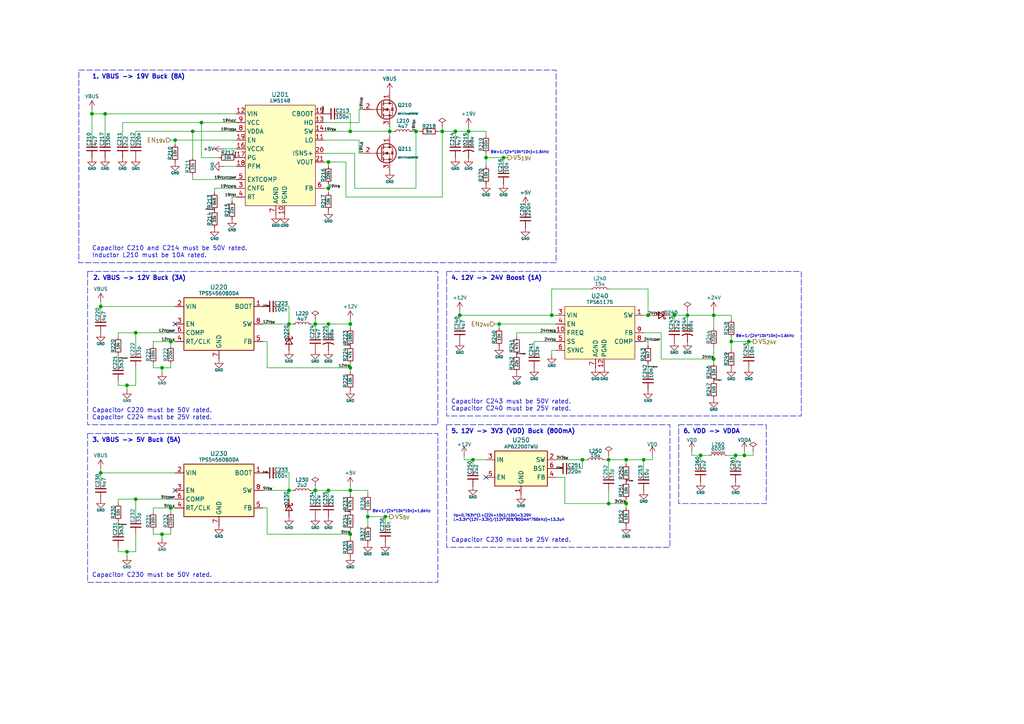
<source format=kicad_sch>
(kicad_sch (version 20250114) (generator "eeschema") (generator_version "9.0")
  (paper "A4")
  (rectangle (start 25.4 125.73) (end 127 168.91) (stroke (width 0) (type dash)))
  (rectangle (start 196.85 123.19) (end 222.25 146.05) (stroke (width 0) (type dash)))
  (rectangle (start 129.54 78.74) (end 232.41 120.65) (stroke (width 0) (type dash)))
  (rectangle (start 129.54 123.19) (end 194.31 158.75) (stroke (width 0) (type dash)))
  (rectangle (start 22.86 20.32) (end 161.29 76.2) (stroke (width 0) (type dash)))
  (rectangle (start 25.4 78.74) (end 127 123.19) (stroke (width 0) (type dash)))
  (text "Capacitor C220 must be 50V rated.\nCapacitor C224 must be 25V rated." (at 26.67 121.92 0) (effects (font (size 1.27 1.27)) (justify left bottom)))
  (text "6. VDD -> VDDA" (at 198.12 124.46 0) (effects (font (size 1.27 1.27) (thickness 0.254) (bold yes)) (justify left top)))
  (text "BW=1/(2π*10k*10n)=1.6kHz" (at 142.24 43.815 0) (effects (font (size 0.762 0.762)) (justify left top)))
  (text "2. VBUS -> 12V Buck (3A)" (at 26.924 80.01 0) (effects (font (size 1.27 1.27) (thickness 0.254) (bold yes)) (justify left top)))
  (text "Capacitor C210 and C214 must be 50V rated.\nInductor L210 must be 10A rated." (at 26.67 74.93 0) (effects (font (size 1.27 1.27)) (justify left bottom)))
  (text "V_{O}=0.763V*(1+(22k+10k)/10k)=3.20V\nL=3.3V*(12V-3.3V)/(12V*30%*800mA*750kHz)=13.3uH" (at 131.445 149.225 0) (effects (font (size 0.762 0.762)) (justify left top)))
  (text "BW=1/(2π*10k*10n)=1.6kHz" (at 107.95 147.955 0) (effects (font (size 0.762 0.762)) (justify left top)))
  (text "5. 12V -> 3V3 (VDD) Buck (800mA)" (at 130.81 124.46 0) (effects (font (size 1.27 1.27) (thickness 0.254) (bold yes)) (justify left top)))
  (text "Capacitor C230 must be 25V rated." (at 130.81 157.48 0) (effects (font (size 1.27 1.27)) (justify left bottom)))
  (text "BW=1/(2π*10k*10n)=1.6kHz" (at 213.36 97.155 0) (effects (font (size 0.762 0.762)) (justify left top)))
  (text "Capacitor C230 must be 50V rated." (at 26.67 167.64 0) (effects (font (size 1.27 1.27)) (justify left bottom)))
  (text "3. VBUS -> 5V Buck (5A)" (at 26.67 127 0) (effects (font (size 1.27 1.27) (thickness 0.254) (bold yes)) (justify left top)))
  (text "1. VBUS -> 19V Buck (8A)" (at 26.67 21.59 0) (effects (font (size 1.27 1.27) (thickness 0.254) (bold yes)) (justify left top)))
  (text "4. 12V -> 24V Boost (1A)" (at 130.81 80.01 0) (effects (font (size 1.27 1.27) (thickness 0.254) (bold yes)) (justify left top)))
  (text "Capacitor C243 must be 50V rated.\nCapacitor C240 must be 25V rated." (at 130.81 119.38 0) (effects (font (size 1.27 1.27)) (justify left bottom)))
  (junction (at 186.69 133.35))
  (junction (at 168.91 133.35))
  (junction (at 36.83 160.02))
  (junction (at 215.9 132.08))
  (junction (at 133.35 91.44))
  (junction (at 120.65 38.1))
  (junction (at 176.53 133.35))
  (junction (at 95.25 142.24))
  (junction (at 101.6 154.94))
  (junction (at 128.27 38.1))
  (junction (at 176.53 146.05))
  (junction (at 46.99 154.94))
  (junction (at 132.08 38.1))
  (junction (at 207.01 104.14))
  (junction (at 137.16 133.35))
  (junction (at 199.39 91.44))
  (junction (at 39.37 144.78))
  (junction (at 29.21 137.16))
  (junction (at 49.53 147.32))
  (junction (at 95.25 46.99))
  (junction (at 195.58 91.44))
  (junction (at 58.42 35.56))
  (junction (at 113.03 38.1))
  (junction (at 140.97 45.72))
  (junction (at 95.25 54.61))
  (junction (at 212.09 99.06))
  (junction (at 36.83 111.76))
  (junction (at 181.61 146.05))
  (junction (at 217.17 99.06))
  (junction (at 207.01 91.44))
  (junction (at 111.76 149.86))
  (junction (at 213.36 132.08))
  (junction (at 160.02 91.44))
  (junction (at 83.82 142.24))
  (junction (at 46.99 106.68))
  (junction (at 91.44 93.98))
  (junction (at 26.67 33.02))
  (junction (at 91.44 142.24))
  (junction (at 146.05 45.72))
  (junction (at 101.6 106.68))
  (junction (at 101.6 93.98))
  (junction (at 203.2 132.08))
  (junction (at 181.61 133.35))
  (junction (at 29.21 88.9))
  (junction (at 144.78 93.98))
  (junction (at 101.6 142.24))
  (junction (at 50.8 40.64))
  (junction (at 95.25 93.98))
  (junction (at 30.48 33.02))
  (junction (at 83.82 93.98))
  (junction (at 39.37 96.52))
  (junction (at 49.53 99.06))
  (junction (at 187.96 91.44))
  (junction (at 101.6 38.1))
  (junction (at 135.89 38.1))
  (junction (at 106.68 149.86))
  (junction (at 55.88 38.1))
  (no_connect (at 50.8 142.24))
  (no_connect (at 50.8 93.98))
  (no_connect (at 140.97 138.43))
  (wire (pts (xy 34.29 153.67) (xy 34.29 151.13)))
  (wire (pts (xy 50.8 99.06) (xy 49.53 99.06)))
  (wire (pts (xy 132.08 40.64) (xy 132.08 38.1)))
  (wire (pts (xy 210.82 132.08) (xy 213.36 132.08)))
  (wire (pts (xy 55.88 52.07) (xy 55.88 50.8)))
  (wire (pts (xy 77.47 154.94) (xy 77.47 147.32)))
  (wire (pts (xy 171.45 83.82) (xy 160.02 83.82)))
  (wire (pts (xy 101.6 38.1) (xy 113.03 38.1)))
  (wire (pts (xy 77.47 99.06) (xy 76.2 99.06)))
  (wire (pts (xy 95.25 142.24) (xy 91.44 142.24)))
  (wire (pts (xy 207.01 91.44) (xy 212.09 91.44)))
  (wire (pts (xy 101.6 143.51) (xy 101.6 142.24)))
  (wire (pts (xy 176.53 142.24) (xy 176.53 146.05)))
  (wire (pts (xy 68.58 54.61) (xy 62.23 54.61)))
  (wire (pts (xy 152.4 59.69) (xy 152.4 60.96)))
  (wire (pts (xy 44.45 99.06) (xy 44.45 100.33)))
  (wire (pts (xy 168.91 133.35) (xy 170.18 133.35)))
  (wire (pts (xy 36.83 160.02) (xy 34.29 160.02)))
  (wire (pts (xy 189.23 133.35) (xy 189.23 132.08)))
  (wire (pts (xy 44.45 154.94) (xy 46.99 154.94)))
  (wire (pts (xy 207.01 100.33) (xy 207.01 104.14)))
  (wire (pts (xy 111.76 149.86) (xy 113.03 149.86)))
  (wire (pts (xy 101.6 154.94) (xy 77.47 154.94)))
  (wire (pts (xy 77.47 106.68) (xy 77.47 99.06)))
  (wire (pts (xy 203.2 132.08) (xy 203.2 134.62)))
  (wire (pts (xy 101.6 93.98) (xy 95.25 93.98)))
  (wire (pts (xy 191.77 104.14) (xy 207.01 104.14)))
  (wire (pts (xy 121.92 38.1) (xy 120.65 38.1)))
  (wire (pts (xy 127 38.1) (xy 128.27 38.1)))
  (wire (pts (xy 106.68 149.86) (xy 106.68 152.4)))
  (wire (pts (xy 203.2 132.08) (xy 205.74 132.08)))
  (wire (pts (xy 49.53 99.06) (xy 44.45 99.06)))
  (wire (pts (xy 195.58 91.44) (xy 195.58 93.98)))
  (wire (pts (xy 186.69 91.44) (xy 187.96 91.44)))
  (wire (pts (xy 95.25 142.24) (xy 95.25 144.78)))
  (wire (pts (xy 135.89 38.1) (xy 132.08 38.1)))
  (wire (pts (xy 95.25 93.98) (xy 95.25 96.52)))
  (wire (pts (xy 29.21 87.63) (xy 29.21 88.9)))
  (wire (pts (xy 213.36 132.08) (xy 215.9 132.08)))
  (wire (pts (xy 187.96 99.06) (xy 187.96 100.33)))
  (wire (pts (xy 81.28 88.9) (xy 83.82 88.9)))
  (wire (pts (xy 104.14 44.45) (xy 104.14 40.64)))
  (wire (pts (xy 120.65 54.61) (xy 102.87 54.61)))
  (wire (pts (xy 26.67 33.02) (xy 30.48 33.02)))
  (wire (pts (xy 101.6 106.68) (xy 77.47 106.68)))
  (wire (pts (xy 176.53 133.35) (xy 175.26 133.35)))
  (wire (pts (xy 101.6 142.24) (xy 95.25 142.24)))
  (wire (pts (xy 140.97 45.72) (xy 140.97 48.26)))
  (wire (pts (xy 212.09 99.06) (xy 217.17 99.06)))
  (wire (pts (xy 113.03 38.1) (xy 113.03 39.37)))
  (wire (pts (xy 91.44 96.52) (xy 91.44 93.98)))
  (wire (pts (xy 62.23 54.61) (xy 62.23 55.88)))
  (wire (pts (xy 135.89 38.1) (xy 140.97 38.1)))
  (wire (pts (xy 149.86 96.52) (xy 161.29 96.52)))
  (wire (pts (xy 46.99 106.68) (xy 46.99 107.95)))
  (wire (pts (xy 36.83 111.76) (xy 36.83 113.03)))
  (wire (pts (xy 39.37 111.76) (xy 36.83 111.76)))
  (wire (pts (xy 187.96 83.82) (xy 176.53 83.82)))
  (wire (pts (xy 135.89 38.1) (xy 135.89 40.64)))
  (wire (pts (xy 36.83 111.76) (xy 34.29 111.76)))
  (wire (pts (xy 137.16 133.35) (xy 140.97 133.35)))
  (wire (pts (xy 44.45 105.41) (xy 44.45 106.68)))
  (wire (pts (xy 49.53 147.32) (xy 44.45 147.32)))
  (wire (pts (xy 29.21 91.44) (xy 29.21 88.9)))
  (wire (pts (xy 39.37 96.52) (xy 39.37 101.6)))
  (wire (pts (xy 50.8 40.64) (xy 50.8 41.91)))
  (wire (pts (xy 49.53 99.06) (xy 49.53 100.33)))
  (wire (pts (xy 58.42 45.72) (xy 58.42 35.56)))
  (wire (pts (xy 26.67 33.02) (xy 26.67 40.64)))
  (wire (pts (xy 133.35 91.44) (xy 160.02 91.44)))
  (wire (pts (xy 140.97 39.37) (xy 140.97 38.1)))
  (wire (pts (xy 194.31 91.44) (xy 195.58 91.44)))
  (wire (pts (xy 35.56 35.56) (xy 58.42 35.56)))
  (wire (pts (xy 140.97 44.45) (xy 140.97 45.72)))
  (wire (pts (xy 83.82 142.24) (xy 83.82 144.78)))
  (wire (pts (xy 35.56 35.56) (xy 35.56 40.64)))
  (wire (pts (xy 181.61 144.78) (xy 181.61 146.05)))
  (wire (pts (xy 93.98 54.61) (xy 95.25 54.61)))
  (wire (pts (xy 68.58 57.15) (xy 67.31 57.15)))
  (wire (pts (xy 186.69 133.35) (xy 189.23 133.35)))
  (wire (pts (xy 160.02 101.6) (xy 160.02 102.87)))
  (wire (pts (xy 160.02 83.82) (xy 160.02 91.44)))
  (wire (pts (xy 36.83 160.02) (xy 36.83 161.29)))
  (wire (pts (xy 104.14 31.75) (xy 104.14 35.56)))
  (wire (pts (xy 81.28 137.16) (xy 83.82 137.16)))
  (wire (pts (xy 44.45 106.68) (xy 46.99 106.68)))
  (wire (pts (xy 39.37 144.78) (xy 50.8 144.78)))
  (wire (pts (xy 34.29 96.52) (xy 34.29 97.79)))
  (wire (pts (xy 30.48 33.02) (xy 68.58 33.02)))
  (wire (pts (xy 176.53 146.05) (xy 181.61 146.05)))
  (wire (pts (xy 49.53 147.32) (xy 49.53 148.59)))
  (wire (pts (xy 218.44 132.08) (xy 215.9 132.08)))
  (wire (pts (xy 99.06 33.02) (xy 101.6 33.02)))
  (wire (pts (xy 49.53 40.64) (xy 50.8 40.64)))
  (wire (pts (xy 217.17 99.06) (xy 217.17 101.6)))
  (wire (pts (xy 105.41 31.75) (xy 104.14 31.75)))
  (wire (pts (xy 161.29 101.6) (xy 160.02 101.6)))
  (wire (pts (xy 166.37 135.89) (xy 168.91 135.89)))
  (wire (pts (xy 34.29 144.78) (xy 34.29 146.05)))
  (wire (pts (xy 101.6 33.02) (xy 101.6 38.1)))
  (wire (pts (xy 146.05 45.72) (xy 146.05 48.26)))
  (wire (pts (xy 93.98 40.64) (xy 104.14 40.64)))
  (wire (pts (xy 34.29 111.76) (xy 34.29 110.49)))
  (wire (pts (xy 102.87 44.45) (xy 93.98 44.45)))
  (wire (pts (xy 101.6 140.97) (xy 101.6 142.24)))
  (wire (pts (xy 176.53 132.08) (xy 176.53 133.35)))
  (wire (pts (xy 101.6 95.25) (xy 101.6 93.98)))
  (wire (pts (xy 95.25 93.98) (xy 91.44 93.98)))
  (wire (pts (xy 176.53 146.05) (xy 163.83 146.05)))
  (wire (pts (xy 168.91 133.35) (xy 168.91 135.89)))
  (wire (pts (xy 83.82 93.98) (xy 85.09 93.98)))
  (wire (pts (xy 140.97 45.72) (xy 146.05 45.72)))
  (wire (pts (xy 218.44 130.81) (xy 218.44 132.08)))
  (wire (pts (xy 106.68 143.51) (xy 106.68 142.24)))
  (wire (pts (xy 58.42 35.56) (xy 68.58 35.56)))
  (wire (pts (xy 144.78 93.98) (xy 144.78 95.25)))
  (wire (pts (xy 212.09 99.06) (xy 212.09 101.6)))
  (wire (pts (xy 91.44 93.98) (xy 90.17 93.98)))
  (wire (pts (xy 44.45 153.67) (xy 44.45 154.94)))
  (wire (pts (xy 49.53 153.67) (xy 49.53 154.94)))
  (wire (pts (xy 163.83 138.43) (xy 161.29 138.43)))
  (wire (pts (xy 191.77 96.52) (xy 191.77 104.14)))
  (wire (pts (xy 176.53 133.35) (xy 176.53 137.16)))
  (wire (pts (xy 215.9 132.08) (xy 215.9 130.81)))
  (wire (pts (xy 181.61 133.35) (xy 186.69 133.35)))
  (wire (pts (xy 105.41 44.45) (xy 104.14 44.45)))
  (wire (pts (xy 217.17 99.06) (xy 218.44 99.06)))
  (wire (pts (xy 83.82 93.98) (xy 83.82 96.52)))
  (wire (pts (xy 29.21 88.9) (xy 50.8 88.9)))
  (wire (pts (xy 29.21 139.7) (xy 29.21 137.16)))
  (wire (pts (xy 128.27 36.83) (xy 128.27 38.1)))
  (wire (pts (xy 93.98 35.56) (xy 104.14 35.56)))
  (wire (pts (xy 200.66 132.08) (xy 203.2 132.08)))
  (wire (pts (xy 207.01 91.44) (xy 207.01 95.25)))
  (wire (pts (xy 181.61 146.05) (xy 181.61 147.32)))
  (wire (pts (xy 39.37 96.52) (xy 50.8 96.52)))
  (wire (pts (xy 135.89 36.83) (xy 135.89 38.1)))
  (wire (pts (xy 49.53 154.94) (xy 46.99 154.94)))
  (wire (pts (xy 95.25 46.99) (xy 93.98 46.99)))
  (wire (pts (xy 64.77 48.26) (xy 68.58 48.26)))
  (wire (pts (xy 102.87 54.61) (xy 102.87 44.45)))
  (wire (pts (xy 176.53 133.35) (xy 181.61 133.35)))
  (wire (pts (xy 212.09 97.79) (xy 212.09 99.06)))
  (wire (pts (xy 49.53 105.41) (xy 49.53 106.68)))
  (wire (pts (xy 50.8 147.32) (xy 49.53 147.32)))
  (wire (pts (xy 163.83 146.05) (xy 163.83 138.43)))
  (wire (pts (xy 46.99 154.94) (xy 46.99 156.21)))
  (wire (pts (xy 212.09 92.71) (xy 212.09 91.44)))
  (wire (pts (xy 83.82 142.24) (xy 76.2 142.24)))
  (wire (pts (xy 146.05 45.72) (xy 147.32 45.72)))
  (wire (pts (xy 91.44 140.97) (xy 91.44 142.24)))
  (wire (pts (xy 101.6 153.67) (xy 101.6 154.94)))
  (wire (pts (xy 64.77 43.18) (xy 68.58 43.18)))
  (wire (pts (xy 133.35 90.17) (xy 133.35 91.44)))
  (wire (pts (xy 137.16 133.35) (xy 137.16 135.89)))
  (wire (pts (xy 91.44 92.71) (xy 91.44 93.98)))
  (wire (pts (xy 101.6 105.41) (xy 101.6 106.68)))
  (wire (pts (xy 113.03 38.1) (xy 113.03 36.83)))
  (wire (pts (xy 26.67 31.75) (xy 26.67 33.02)))
  (wire (pts (xy 34.29 96.52) (xy 39.37 96.52)))
  (wire (pts (xy 95.25 46.99) (xy 95.25 48.26)))
  (wire (pts (xy 207.01 90.17) (xy 207.01 91.44)))
  (wire (pts (xy 106.68 149.86) (xy 111.76 149.86)))
  (wire (pts (xy 160.02 91.44) (xy 161.29 91.44)))
  (wire (pts (xy 149.86 97.79) (xy 149.86 96.52)))
  (wire (pts (xy 91.44 144.78) (xy 91.44 142.24)))
  (wire (pts (xy 91.44 142.24) (xy 90.17 142.24)))
  (wire (pts (xy 55.88 38.1) (xy 68.58 38.1)))
  (wire (pts (xy 29.21 135.89) (xy 29.21 137.16)))
  (wire (pts (xy 134.62 133.35) (xy 134.62 132.08)))
  (wire (pts (xy 181.61 134.62) (xy 181.61 133.35)))
  (wire (pts (xy 39.37 160.02) (xy 36.83 160.02)))
  (wire (pts (xy 100.33 57.15) (xy 100.33 46.99)))
  (wire (pts (xy 83.82 137.16) (xy 83.82 142.24)))
  (wire (pts (xy 50.8 40.64) (xy 68.58 40.64)))
  (wire (pts (xy 111.76 149.86) (xy 111.76 152.4)))
  (wire (pts (xy 120.65 38.1) (xy 119.38 38.1)))
  (wire (pts (xy 128.27 57.15) (xy 100.33 57.15)))
  (wire (pts (xy 39.37 144.78) (xy 39.37 149.86)))
  (wire (pts (xy 114.3 38.1) (xy 113.03 38.1)))
  (wire (pts (xy 186.69 96.52) (xy 191.77 96.52)))
  (wire (pts (xy 49.53 106.68) (xy 46.99 106.68)))
  (wire (pts (xy 93.98 38.1) (xy 101.6 38.1)))
  (wire (pts (xy 187.96 91.44) (xy 187.96 83.82)))
  (wire (pts (xy 134.62 133.35) (xy 137.16 133.35)))
  (wire (pts (xy 67.31 57.15) (xy 67.31 58.42)))
  (wire (pts (xy 34.29 105.41) (xy 34.29 102.87)))
  (wire (pts (xy 120.65 38.1) (xy 120.65 54.61)))
  (wire (pts (xy 161.29 133.35) (xy 168.91 133.35)))
  (wire (pts (xy 29.21 137.16) (xy 50.8 137.16)))
  (wire (pts (xy 199.39 91.44) (xy 207.01 91.44)))
  (wire (pts (xy 101.6 106.68) (xy 101.6 107.95)))
  (wire (pts (xy 55.88 38.1) (xy 55.88 45.72)))
  (wire (pts (xy 39.37 38.1) (xy 55.88 38.1)))
  (wire (pts (xy 213.36 134.62) (xy 213.36 132.08)))
  (wire (pts (xy 101.6 92.71) (xy 101.6 93.98)))
  (wire (pts (xy 83.82 88.9) (xy 83.82 93.98)))
  (wire (pts (xy 133.35 93.98) (xy 133.35 91.44)))
  (wire (pts (xy 95.25 46.99) (xy 100.33 46.99)))
  (wire (pts (xy 106.68 148.59) (xy 106.68 149.86)))
  (wire (pts (xy 207.01 104.14) (xy 207.01 105.41)))
  (wire (pts (xy 39.37 154.94) (xy 39.37 160.02)))
  (wire (pts (xy 77.47 147.32) (xy 76.2 147.32)))
  (wire (pts (xy 101.6 142.24) (xy 106.68 142.24)))
  (wire (pts (xy 161.29 99.06) (xy 154.94 99.06)))
  (wire (pts (xy 39.37 38.1) (xy 39.37 40.64)))
  (wire (pts (xy 195.58 91.44) (xy 199.39 91.44)))
  (wire (pts (xy 199.39 90.17) (xy 199.39 91.44)))
  (wire (pts (xy 187.96 105.41) (xy 187.96 107.95)))
  (wire (pts (xy 144.78 93.98) (xy 161.29 93.98)))
  (wire (pts (xy 200.66 132.08) (xy 200.66 130.81)))
  (wire (pts (xy 128.27 38.1) (xy 132.08 38.1)))
  (wire (pts (xy 83.82 93.98) (xy 76.2 93.98)))
  (wire (pts (xy 186.69 137.16) (xy 186.69 133.35)))
  (wire (pts (xy 34.29 160.02) (xy 34.29 158.75)))
  (wire (pts (xy 55.88 52.07) (xy 68.58 52.07)))
  (wire (pts (xy 101.6 154.94) (xy 101.6 156.21)))
  (wire (pts (xy 83.82 142.24) (xy 85.09 142.24)))
  (wire (pts (xy 154.94 99.06) (xy 154.94 101.6)))
  (wire (pts (xy 44.45 147.32) (xy 44.45 148.59)))
  (wire (pts (xy 58.42 45.72) (xy 63.5 45.72)))
  (wire (pts (xy 95.25 53.34) (xy 95.25 54.61)))
  (wire (pts (xy 186.69 99.06) (xy 187.96 99.06)))
  (wire (pts (xy 30.48 33.02) (xy 30.48 40.64)))
  (wire (pts (xy 95.25 54.61) (xy 95.25 55.88)))
  (wire (pts (xy 143.51 93.98) (xy 144.78 93.98)))
  (wire (pts (xy 199.39 91.44) (xy 199.39 93.98)))
  (wire (pts (xy 39.37 106.68) (xy 39.37 111.76)))
  (wire (pts (xy 34.29 144.78) (xy 39.37 144.78)))
  (wire (pts (xy 128.27 38.1) (xy 128.27 57.15)))
  (wire (pts (xy 187.96 91.44) (xy 189.23 91.44)))
  (label "24V_{FBLM}" (at 207.01 110.49 0) (effects (font (size 0.381 0.381))))
  (label "24V_{FREQM}" (at 149.86 102.87 0) (effects (font (size 0.381 0.381))))
  (label "5V_{SW}" (at 76.2 142.24 0) (effects (font (size 0.762 0.762))))
  (label "19V_{PG}" (at 68.58 45.72 90) (effects (font (size 0.381 0.381))))
  (label "5V_{FBM}" (at 101.6 148.59 180) (effects (font (size 0.381 0.381))))
  (label "3V3_{FBM}" (at 181.61 139.7 0) (effects (font (size 0.381 0.381))))
  (label "5V_{CLK}" (at 50.8 147.32 180) (effects (font (size 0.762 0.762))))
  (label "12V_{COMP}" (at 50.8 96.52 180) (effects (font (size 0.762 0.762))))
  (label "19V_{FB}" (at 95.25 54.61 0) (effects (font (size 0.762 0.762))))
  (label "24V_{COMPM}" (at 187.96 106.68 0) (effects (font (size 0.381 0.381))))
  (label "19V_{BOOT}" (at 93.98 33.02 90) (effects (font (size 0.381 0.381))))
  (label "24V_{COMP}" (at 186.69 99.06 0) (effects (font (size 0.762 0.762))))
  (label "19V_{HO}" (at 105.41 31.75 90) (effects (font (size 0.762 0.762))))
  (label "19V_{CNFGM}" (at 62.23 60.96 180) (effects (font (size 0.381 0.381))))
  (label "24V_{FB}" (at 207.01 104.14 180) (effects (font (size 0.762 0.762))))
  (label "5V_{BST}" (at 76.2 137.16 0) (effects (font (size 0.381 0.381))))
  (label "5V_{FB}" (at 101.6 154.94 180) (effects (font (size 0.762 0.762))))
  (label "12V_{FBM}" (at 101.6 100.33 180) (effects (font (size 0.381 0.381))))
  (label "24V_{SS}" (at 161.29 99.06 180) (effects (font (size 0.762 0.762))))
  (label "3V3_{BST}" (at 161.29 135.89 0) (effects (font (size 0.381 0.381))))
  (label "24V_{SW}" (at 187.96 91.44 0) (effects (font (size 0.762 0.762))))
  (label "12V_{BST}" (at 76.2 88.9 0) (effects (font (size 0.381 0.381))))
  (label "19V_{VCC}" (at 68.58 35.56 180) (effects (font (size 0.762 0.762))))
  (label "5V_{COMP}" (at 50.8 144.78 180) (effects (font (size 0.762 0.762))))
  (label "5V_{COMPM}" (at 34.29 152.4 0) (effects (font (size 0.381 0.381))))
  (label "24V_{FREQ}" (at 161.29 96.52 180) (effects (font (size 0.762 0.762))))
  (label "19V_{SW}" (at 93.98 38.1 0) (effects (font (size 0.762 0.762))))
  (label "19V_{RT}" (at 68.58 57.15 180) (effects (font (size 0.762 0.762))))
  (label "12V_{COMPM}" (at 34.29 104.14 0) (effects (font (size 0.381 0.381))))
  (label "19V_{SH}" (at 120.6312 38.1 90) (effects (font (size 0.762 0.762))))
  (label "19V_{CNFG}" (at 68.58 54.61 180) (effects (font (size 0.762 0.762))))
  (label "3V3_{FB}" (at 181.61 146.05 180) (effects (font (size 0.762 0.762))))
  (label "12V_{SW}" (at 76.2 93.98 0) (effects (font (size 0.762 0.762))))
  (label "19V_{EXTCOMP}" (at 68.58 52.07 180) (effects (font (size 0.762 0.762))))
  (label "12V_{CLK}" (at 50.8 99.06 180) (effects (font (size 0.762 0.762))))
  (label "19V_{LO}" (at 105.41 44.45 90) (effects (font (size 0.762 0.762))))
  (label "3V3_{SW}" (at 161.29 133.35 0) (effects (font (size 0.762 0.762))))
  (label "12V_{FB}" (at 101.6 106.68 180) (effects (font (size 0.762 0.762))))
  (label "19V_{VDDA}" (at 68.58 38.1 180) (effects (font (size 0.762 0.762))))
  (hierarchical_label "VS_{24V}" (shape output) (at 218.44 99.06 0))
  (hierarchical_label "VS_{5V}" (shape output) (at 113.03 149.86 0))
  (hierarchical_label "EN_{24V}" (shape input) (at 143.51 93.98 180))
  (hierarchical_label "EN_{19V}" (shape input) (at 49.53 40.64 180))
  (hierarchical_label "VS_{19V}" (shape output) (at 147.32 45.72 0))
  (symbol (lib_id "power:VBUS") (at 26.67 31.75 0) (unit 1)
    (property "Reference" "#PWR0244" (effects (hide yes)))
    (property "Value" "VBUS" (at 26.67 27.94 0) (effects (font (size 1.016 1.016))))
    (property "Description" "Power symbol creates a global label with name \"VBUS\"" (effects (hide yes)))
  )
  (symbol (lib_id "Bluesat:R_CompactV") (at 144.78 97.79 0) (unit 1)
    (property "Reference" "R240" (at 143.891 97.79 90) (effects (font (size 1.016 1.016)) (justify bottom)))
    (property "Value" "10k" (at 144.78 97.79 90) (effects (font (size 0.762 0.762))))
    (property "Footprint" "Resistor_SMD:R_0402_1005Metric" (effects (hide yes)))
    (property "Description" "Resistor, compact symbol" (effects (hide yes)))
  )
  (symbol (lib_id "Device:C_Polarized_Small_US") (at 199.39 96.52 0) (unit 1)
    (property "Reference" "C244" (at 198.501 95.885 90) (effects (font (size 1.016 1.016)) (justify left)))
    (property "Value" "68u" (at 200.279 95.885 90) (effects (font (size 1.016 1.016)) (justify left)))
    (property "Footprint" "Capacitor_SMD:CP_Elec_6.3x7.7" (effects (hide yes)))
    (property "Description" "Polarized capacitor, small US symbol" (effects (hide yes)))
  )
  (symbol (lib_id "Bluesat:C_CompactV") (at 91.44 147.32 0) (unit 1)
    (property "Reference" "C234" (at 90.551 146.558 90) (effects (font (size 1.016 1.016)) (justify left)))
    (property "Value" "22u" (at 92.329 146.558 90) (effects (font (size 1.016 1.016)) (justify left)))
    (property "Footprint" "Capacitor_SMD:C_1210_3225Metric" (effects (hide yes)))
    (property "Description" "Unpolarized capacitor, compact symbol" (effects (hide yes)))
  )
  (symbol (lib_id "Bluesat:R_CompactV") (at 207.01 113.03 0) (unit 1)
    (property "Reference" "R247" (at 206.121 113.03 90) (effects (font (size 1.016 1.016)) (justify bottom)))
    (property "Value" "1k5" (at 207.01 113.03 90) (effects (font (size 0.762 0.762))))
    (property "Footprint" "Resistor_SMD:R_0402_1005Metric" (effects (hide yes)))
    (property "Description" "Resistor, compact symbol" (effects (hide yes)))
  )
  (symbol (lib_id "Bluesat:R_CompactV") (at 212.09 95.25 0) (unit 1)
    (property "Reference" "R248" (at 211.201 95.25 90) (effects (font (size 1.016 1.016)) (justify bottom)))
    (property "Value" "100k" (at 212.09 95.25 90) (effects (font (size 0.762 0.762))))
    (property "Footprint" "Resistor_SMD:R_0402_1005Metric" (effects (hide yes)))
    (property "Description" "Resistor, compact symbol" (effects (hide yes)))
  )
  (symbol (lib_id "power:GND") (at 152.4 66.04 0) (unit 1)
    (property "Reference" "#PWR0260" (effects (hide yes)))
    (property "Value" "GND" (at 152.4 69.215 0) (effects (font (size 0.762 0.762))))
    (property "Description" "Power symbol creates a global label with name \"GND\" , ground" (effects (hide yes)))
  )
  (symbol (lib_id "power:GND") (at 149.86 107.95 0) (unit 1)
    (property "Reference" "#PWR0130" (effects (hide yes)))
    (property "Value" "GND" (at 149.86 111.125 0) (effects (font (size 0.762 0.762))))
    (property "Description" "Power symbol creates a global label with name \"GND\" , ground" (effects (hide yes)))
  )
  (symbol (lib_id "Bluesat:R_CompactV") (at 140.97 50.8 0) (unit 1)
    (property "Reference" "R270" (at 140.081 50.8 90) (effects (font (size 1.016 1.016)) (justify bottom)))
    (property "Value" "10k" (at 140.97 50.8 90) (effects (font (size 0.762 0.762))))
    (property "Footprint" "Resistor_SMD:R_0402_1005Metric" (effects (hide yes)))
    (property "Description" "Resistor, compact symbol" (effects (hide yes)))
  )
  (symbol (lib_id "Bluesat:R_CompactV") (at 149.86 100.33 0) (unit 1)
    (property "Reference" "R241" (at 148.971 100.33 90) (effects (font (size 1.016 1.016)) (justify bottom)))
    (property "Value" "47k" (at 149.86 100.33 90) (effects (font (size 0.762 0.762))))
    (property "Footprint" "Resistor_SMD:R_0402_1005Metric" (effects (hide yes)))
    (property "Description" "Resistor, compact symbol" (effects (hide yes)))
  )
  (symbol (lib_id "Transistor_FET:Q_NMOS_DGS") (at 110.49 44.45 0) (unit 1)
    (property "Reference" "Q211" (at 115.316 43.18 0) (effects (font (size 1.016 1.016)) (justify left)))
    (property "Value" "IRFH7440TRPBF" (at 115.316 45.72 0) (effects (font (size 0.508 0.508)) (justify left)))
    (property "Footprint" "Bluesat:PQFN_5x6mm_E_DGS" (effects (hide yes)))
    (property "Description" "N-MOSFET transistor, drain/gate/source" (effects (hide yes)))
  )
  (symbol (lib_id "Device:C_Polarized_Small_US") (at 95.25 99.06 0) (unit 1)
    (property "Reference" "C225" (at 94.361 98.425 90) (effects (font (size 1.016 1.016)) (justify left)))
    (property "Value" "68u" (at 96.139 98.425 90) (effects (font (size 1.016 1.016)) (justify left)))
    (property "Footprint" "Capacitor_SMD:CP_Elec_6.3x7.7" (effects (hide yes)))
    (property "Description" "Polarized capacitor, small US symbol" (effects (hide yes)))
  )
  (symbol (lib_id "Bluesat:C_CompactV") (at 111.76 154.94 0) (mirror y) (unit 1)
    (property "Reference" "C236" (at 110.871 154.178 90) (effects (font (size 1.016 1.016)) (justify left)))
    (property "Value" "10n" (at 112.649 154.178 90) (effects (font (size 1.016 1.016)) (justify left)))
    (property "Footprint" "Capacitor_SMD:C_0402_1005Metric" (effects (hide yes)))
    (property "Description" "Unpolarized capacitor, compact symbol" (effects (hide yes)))
  )
  (symbol (lib_id "power:PWR_FLAG") (at 91.44 140.97 0) (unit 1)
    (property "Reference" "#FLG0103" (effects (hide yes)))
    (property "Value" "PWR_FLAG" (effects (hide yes)))
    (property "Description" "Special symbol for telling ERC where power comes from" (effects (hide yes)))
  )
  (symbol (lib_id "power:+12V") (at 133.35 90.17 0) (unit 1)
    (property "Reference" "#PWR0206" (effects (hide yes)))
    (property "Value" "+12V" (at 133.35 86.36 0) (effects (font (size 1.016 1.016))))
    (property "Description" "Power symbol creates a global label with name \"+12V\"" (effects (hide yes)))
  )
  (symbol (lib_id "Bluesat:C_CompactV") (at 39.37 43.18 0) (unit 1)
    (property "Reference" "C212" (at 38.481 42.418 90) (effects (font (size 1.016 1.016)) (justify left)))
    (property "Value" "220n" (at 40.259 42.418 90) (effects (font (size 1.016 1.016)) (justify left)))
    (property "Footprint" "Capacitor_SMD:C_0402_1005Metric" (effects (hide yes)))
    (property "Description" "Unpolarized capacitor, compact symbol" (effects (hide yes)))
  )
  (symbol (lib_id "Bluesat:C_CompactV") (at 154.94 104.14 0) (unit 1)
    (property "Reference" "C241" (at 154.051 103.378 90) (effects (font (size 1.016 1.016)) (justify left)))
    (property "Value" "33n" (at 155.829 103.378 90) (effects (font (size 1.016 1.016)) (justify left)))
    (property "Footprint" "Capacitor_SMD:C_0402_1005Metric" (effects (hide yes)))
    (property "Description" "Unpolarized capacitor, compact symbol" (effects (hide yes)))
  )
  (symbol (lib_id "power:+5V") (at 101.6 140.97 0) (unit 1)
    (property "Reference" "#PWR0137" (effects (hide yes)))
    (property "Value" "+5V" (at 101.6 137.16 0) (effects (font (size 1.016 1.016))))
    (property "Description" "Power symbol creates a global label with name \"+5V\"" (effects (hide yes)))
  )
  (symbol (lib_id "Bluesat:R_CompactV") (at 187.96 102.87 0) (unit 1)
    (property "Reference" "R243" (at 187.071 102.87 90) (effects (font (size 1.016 1.016)) (justify bottom)))
    (property "Value" "4k7" (at 187.96 102.87 90) (effects (font (size 0.762 0.762))))
    (property "Footprint" "Resistor_SMD:R_0402_1005Metric" (effects (hide yes)))
    (property "Description" "Resistor, compact symbol" (effects (hide yes)))
  )
  (symbol (lib_id "Bluesat:C_CompactV") (at 35.56 43.18 0) (unit 1)
    (property "Reference" "C211" (at 34.671 42.418 90) (effects (font (size 1.016 1.016)) (justify left)))
    (property "Value" "2u2" (at 36.449 42.418 90) (effects (font (size 1.016 1.016)) (justify left)))
    (property "Footprint" "Capacitor_SMD:C_0603_1608Metric" (effects (hide yes)))
    (property "Description" "Unpolarized capacitor, compact symbol" (effects (hide yes)))
  )
  (symbol (lib_id "power:GND") (at 101.6 113.03 0) (unit 1)
    (property "Reference" "#PWR0119" (effects (hide yes)))
    (property "Value" "GND" (at 101.6 116.205 0) (effects (font (size 0.762 0.762))))
    (property "Description" "Power symbol creates a global label with name \"GND\" , ground" (effects (hide yes)))
  )
  (symbol (lib_id "Device:L_Small") (at 172.72 133.35 90) (unit 1)
    (property "Reference" "L250" (at 172.72 130.81 90) (effects (font (size 1.016 1.016))))
    (property "Value" "15u" (at 172.72 132.08 90) (effects (font (size 1.016 1.016))))
    (property "Footprint" "Inductor_SMD:L_Changjiang_FNR5040S" (effects (hide yes)))
    (property "Description" "Inductor, small symbol" (effects (hide yes)))
  )
  (symbol (lib_id "Bluesat:+19V") (at 135.89 36.83 0) (unit 1)
    (property "Reference" "#PWR0255" (effects (hide yes)))
    (property "Value" "+19V" (at 135.89 33.02 0) (effects (font (size 1.016 1.016))))
    (property "Description" "Power symbol creates a global label with name \"+19V\"" (effects (hide yes)))
  )
  (symbol (lib_id "Bluesat:R_CompactV") (at 95.25 58.42 0) (unit 1)
    (property "Reference" "R217" (at 94.361 58.42 90) (effects (font (size 1.016 1.016)) (justify bottom)))
    (property "Value" "10k" (at 95.25 58.42 90) (effects (font (size 0.762 0.762))))
    (property "Footprint" "Resistor_SMD:R_0402_1005Metric" (effects (hide yes)))
    (property "Description" "Resistor, compact symbol" (effects (hide yes)))
  )
  (symbol (lib_id "Bluesat:C_CompactV") (at 29.21 93.98 0) (unit 1)
    (property "Reference" "C220" (at 28.321 93.218 90) (effects (font (size 1.016 1.016)) (justify left)))
    (property "Value" "4u7" (at 30.099 93.218 90) (effects (font (size 1.016 1.016)) (justify left)))
    (property "Footprint" "Capacitor_SMD:C_1210_3225Metric" (effects (hide yes)))
    (property "Description" "Unpolarized capacitor, compact symbol" (effects (hide yes)))
  )
  (symbol (lib_id "power:GND") (at 83.82 149.86 0) (unit 1)
    (property "Reference" "#PWR0139" (effects (hide yes)))
    (property "Value" "GND" (at 83.82 153.035 0) (effects (font (size 0.762 0.762))))
    (property "Description" "Power symbol creates a global label with name \"GND\" , ground" (effects (hide yes)))
  )
  (symbol (lib_id "Bluesat:C_CompactV") (at 39.37 104.14 0) (unit 1)
    (property "Reference" "C222" (at 38.481 103.378 90) (effects (font (size 1.016 1.016)) (justify left)))
    (property "Value" "33p" (at 40.259 103.378 90) (effects (font (size 1.016 1.016)) (justify left)))
    (property "Footprint" "Capacitor_SMD:C_0402_1005Metric" (effects (hide yes)))
    (property "Description" "Unpolarized capacitor, compact symbol" (effects (hide yes)))
  )
  (symbol (lib_id "power:GND") (at 187.96 113.03 0) (unit 1)
    (property "Reference" "#PWR0126" (effects (hide yes)))
    (property "Value" "GND" (at 187.96 116.205 0) (effects (font (size 0.762 0.762))))
    (property "Description" "Power symbol creates a global label with name \"GND\" , ground" (effects (hide yes)))
  )
  (symbol (lib_id "Device:L_Small") (at 87.63 142.24 90) (unit 1)
    (property "Reference" "L230" (at 87.63 139.192 90) (effects (font (size 1.016 1.016))))
    (property "Value" "2u2" (at 87.63 140.716 90) (effects (font (size 1.016 1.016))))
    (property "Footprint" "Inductor_SMD:L_Changjiang_FXL0630" (effects (hide yes)))
    (property "Description" "Inductor, small symbol" (effects (hide yes)))
  )
  (symbol (lib_id "Bluesat:R_CompactV") (at 49.53 151.13 0) (unit 1)
    (property "Reference" "R232" (at 48.641 151.13 90) (effects (font (size 1.016 1.016)) (justify bottom)))
    (property "Value" "220k" (at 49.53 151.13 90) (effects (font (size 0.762 0.762))))
    (property "Footprint" "Resistor_SMD:R_0402_1005Metric" (effects (hide yes)))
    (property "Description" "Resistor, compact symbol" (effects (hide yes)))
  )
  (symbol (lib_id "Bluesat:C_CompactV") (at 34.29 156.21 0) (unit 1)
    (property "Reference" "C231" (at 33.401 155.448 90) (effects (font (size 1.016 1.016)) (justify left)))
    (property "Value" "3n3" (at 35.179 155.448 90) (effects (font (size 1.016 1.016)) (justify left)))
    (property "Footprint" "Capacitor_SMD:C_0402_1005Metric" (effects (hide yes)))
    (property "Description" "Unpolarized capacitor, compact symbol" (effects (hide yes)))
  )
  (symbol (lib_id "power:GND") (at 26.67 45.72 0) (unit 1)
    (property "Reference" "#PWR0252" (effects (hide yes)))
    (property "Value" "GND" (at 26.67 48.895 0) (effects (font (size 0.762 0.762))))
    (property "Description" "Power symbol creates a global label with name \"GND\" , ground" (effects (hide yes)))
  )
  (symbol (lib_id "power:VBUS") (at 113.03 26.67 0) (unit 1)
    (property "Reference" "#PWR0243" (effects (hide yes)))
    (property "Value" "VBUS" (at 113.03 22.86 0) (effects (font (size 1.016 1.016))))
    (property "Description" "Power symbol creates a global label with name \"VBUS\"" (effects (hide yes)))
  )
  (symbol (lib_id "Bluesat:R_CompactV") (at 181.61 149.86 0) (unit 1)
    (property "Reference" "R252" (at 180.721 149.86 90) (effects (font (size 1.016 1.016)) (justify bottom)))
    (property "Value" "10k" (at 181.61 149.86 90) (effects (font (size 0.762 0.762))))
    (property "Footprint" "Resistor_SMD:R_0402_1005Metric" (effects (hide yes)))
    (property "Description" "Resistor, compact symbol" (effects (hide yes)))
  )
  (symbol (lib_id "power:GND") (at 217.17 106.68 0) (unit 1)
    (property "Reference" "#PWR0147" (effects (hide yes)))
    (property "Value" "GND" (at 217.17 109.855 0) (effects (font (size 0.762 0.762))))
    (property "Description" "Power symbol creates a global label with name \"GND\" , ground" (effects (hide yes)))
  )
  (symbol (lib_id "power:GND") (at 181.61 152.4 0) (unit 1)
    (property "Reference" "#PWR0135" (effects (hide yes)))
    (property "Value" "GND" (at 181.61 155.575 0) (effects (font (size 0.762 0.762))))
    (property "Description" "Power symbol creates a global label with name \"GND\" , ground" (effects (hide yes)))
  )
  (symbol (lib_id "Bluesat:C_CompactV") (at 96.52 33.02 270) (unit 1)
    (property "Reference" "C213" (at 97.282 32.131 90) (effects (font (size 1.016 1.016)) (justify left)))
    (property "Value" "100n" (at 97.282 33.909 90) (effects (font (size 1.016 1.016)) (justify left)))
    (property "Footprint" "Capacitor_SMD:C_0402_1005Metric" (effects (hide yes)))
    (property "Description" "Unpolarized capacitor, compact symbol" (effects (hide yes)))
  )
  (symbol (lib_id "power:GND") (at 203.2 139.7 0) (unit 1)
    (property "Reference" "#PWR0225" (effects (hide yes)))
    (property "Value" "GND" (at 203.2 142.875 0) (effects (font (size 0.762 0.762))))
    (property "Description" "Power symbol creates a global label with name \"GND\" , ground" (effects (hide yes)))
  )
  (symbol (lib_id "Device:L_Small") (at 116.84 38.1 90) (unit 1)
    (property "Reference" "L210" (at 116.84 35.052 90) (effects (font (size 1.016 1.016))))
    (property "Value" "4u7" (at 116.84 36.576 90) (effects (font (size 1.016 1.016))))
    (property "Footprint" "Inductor_SMD:L_Changjiang_FXL1360" (effects (hide yes)))
    (property "Description" "Inductor, small symbol" (effects (hide yes)))
  )
  (symbol (lib_id "power:VDD") (at 189.23 132.08 0) (unit 1)
    (property "Reference" "#PWR0223" (effects (hide yes)))
    (property "Value" "VDD" (at 189.23 128.905 0) (effects (font (size 1.016 1.016))))
    (property "Description" "Power symbol creates a global label with name \"VDD\"" (effects (hide yes)))
  )
  (symbol (lib_id "Device:C_Polarized_Small_US") (at 135.89 43.18 0) (unit 1)
    (property "Reference" "C215" (at 135.001 42.545 90) (effects (font (size 1.016 1.016)) (justify left)))
    (property "Value" "68u" (at 136.779 42.545 90) (effects (font (size 1.016 1.016)) (justify left)))
    (property "Footprint" "Capacitor_SMD:CP_Elec_6.3x7.7" (effects (hide yes)))
    (property "Description" "Polarized capacitor, small US symbol" (effects (hide yes)))
  )
  (symbol (lib_id "Bluesat:R_CompactV") (at 44.45 151.13 0) (unit 1)
    (property "Reference" "R231" (at 43.561 151.13 90) (effects (font (size 1.016 1.016)) (justify bottom)))
    (property "Value" "100k" (at 44.45 151.13 90) (effects (font (size 0.762 0.762))))
    (property "Footprint" "Resistor_SMD:R_0402_1005Metric" (effects (hide yes)))
    (property "Description" "Resistor, compact symbol" (effects (hide yes)))
  )
  (symbol (lib_id "power:PWR_FLAG") (at 128.27 36.83 0) (unit 1)
    (property "Reference" "#FLG0203" (effects (hide yes)))
    (property "Value" "PWR_FLAG" (effects (hide yes)))
    (property "Description" "Special symbol for telling ERC where power comes from" (effects (hide yes)))
  )
  (symbol (lib_id "power:GND") (at 46.99 156.21 0) (unit 1)
    (property "Reference" "#PWR0143" (effects (hide yes)))
    (property "Value" "GND" (at 46.99 159.385 0) (effects (font (size 0.762 0.762))))
    (property "Description" "Power symbol creates a global label with name \"GND\" , ground" (effects (hide yes)))
  )
  (symbol (lib_id "Bluesat:R_CompactV") (at 55.88 48.26 0) (unit 1)
    (property "Reference" "R211" (at 54.991 48.26 90) (effects (font (size 1.016 1.016)) (justify bottom)))
    (property "Value" "10k" (at 55.88 48.26 90) (effects (font (size 0.762 0.762))))
    (property "Footprint" "Resistor_SMD:R_0402_1005Metric" (effects (hide yes)))
    (property "Description" "Resistor, compact symbol" (effects (hide yes)))
  )
  (symbol (lib_id "Bluesat:R_CompactV") (at 207.01 97.79 0) (unit 1)
    (property "Reference" "R244" (at 206.121 97.79 90) (effects (font (size 1.016 1.016)) (justify bottom)))
    (property "Value" "220k" (at 207.01 97.79 90) (effects (font (size 0.762 0.762))))
    (property "Footprint" "Resistor_SMD:R_0402_1005Metric" (effects (hide yes)))
    (property "Description" "Resistor, compact symbol" (effects (hide yes)))
  )
  (symbol (lib_id "Regulator_Switching:TPS54560BDDA") (at 63.5 142.24 0) (unit 1)
    (property "Reference" "U230" (at 63.5 131.572 0))
    (property "Value" "TPS54560BDDA" (at 63.5 133.35 0) (effects (font (size 1.016 1.016))))
    (property "Footprint" "Package_SO:SOIC-8-1EP_3.9x4.9mm_P1.27mm_EP2.41x3.3mm" (effects (hide yes)))
    (property "Datasheet" "https://www.ti.com/lit/ds/symlink/tps54560b.pdf" (effects (hide yes)))
    (property "Description" "5A, Step Down DC-DC Converter, 4.5-60V Input Voltage, Texas R-PDSO-G8" (effects (hide yes)))
  )
  (symbol (lib_id "Bluesat:R_CompactV") (at 181.61 137.16 0) (unit 1)
    (property "Reference" "R250" (at 180.721 137.16 90) (effects (font (size 1.016 1.016)) (justify bottom)))
    (property "Value" "22k" (at 181.61 137.16 90) (effects (font (size 0.762 0.762))))
    (property "Footprint" "Resistor_SMD:R_0402_1005Metric" (effects (hide yes)))
    (property "Description" "Resistor, compact symbol" (effects (hide yes)))
  )
  (symbol (lib_id "power:GND") (at 30.48 45.72 0) (unit 1)
    (property "Reference" "#PWR0258" (effects (hide yes)))
    (property "Value" "GND" (at 30.48 48.895 0) (effects (font (size 0.762 0.762))))
    (property "Description" "Power symbol creates a global label with name \"GND\" , ground" (effects (hide yes)))
  )
  (symbol (lib_id "Bluesat:C_CompactV") (at 95.25 147.32 0) (unit 1)
    (property "Reference" "C235" (at 94.361 146.558 90) (effects (font (size 1.016 1.016)) (justify left)))
    (property "Value" "22u" (at 96.139 146.558 90) (effects (font (size 1.016 1.016)) (justify left)))
    (property "Footprint" "Capacitor_SMD:C_1210_3225Metric" (effects (hide yes)))
    (property "Description" "Unpolarized capacitor, compact symbol" (effects (hide yes)))
  )
  (symbol (lib_id "Device:L_Small") (at 87.63 93.98 90) (unit 1)
    (property "Reference" "L220" (at 87.63 90.932 90) (effects (font (size 1.016 1.016))))
    (property "Value" "4u7" (at 87.63 92.456 90) (effects (font (size 1.016 1.016))))
    (property "Footprint" "Inductor_SMD:L_Changjiang_FNR4020S" (effects (hide yes)))
    (property "Description" "Inductor, small symbol" (effects (hide yes)))
  )
  (symbol (lib_id "power:GND") (at 39.37 45.72 0) (unit 1)
    (property "Reference" "#PWR0245" (effects (hide yes)))
    (property "Value" "GND" (at 39.37 48.895 0) (effects (font (size 0.762 0.762))))
    (property "Description" "Power symbol creates a global label with name \"GND\" , ground" (effects (hide yes)))
  )
  (symbol (lib_id "power:+24V") (at 207.01 90.17 0) (unit 1)
    (property "Reference" "#PWR0134" (effects (hide yes)))
    (property "Value" "+24V" (at 207.01 86.36 0) (effects (font (size 1.016 1.016))))
    (property "Description" "Power symbol creates a global label with name \"+24V\"" (effects (hide yes)))
  )
  (symbol (lib_id "power:GND") (at 140.97 53.34 0) (unit 1)
    (property "Reference" "#PWR0256" (effects (hide yes)))
    (property "Value" "GND" (at 140.97 56.515 0) (effects (font (size 0.762 0.762))))
    (property "Description" "Power symbol creates a global label with name \"GND\" , ground" (effects (hide yes)))
  )
  (symbol (lib_id "Regulator_Switching:TPS54560BDDA") (at 63.5 93.98 0) (unit 1)
    (property "Reference" "U220" (at 63.5 83.312 0))
    (property "Value" "TPS54560BDDA" (at 63.5 85.09 0) (effects (font (size 1.016 1.016))))
    (property "Footprint" "Package_SO:SOIC-8-1EP_3.9x4.9mm_P1.27mm_EP2.41x3.3mm" (effects (hide yes)))
    (property "Datasheet" "https://www.ti.com/lit/ds/symlink/tps54560b.pdf" (effects (hide yes)))
    (property "Description" "5A, Step Down DC-DC Converter, 4.5-60V Input Voltage, Texas R-PDSO-G8" (effects (hide yes)))
  )
  (symbol (lib_id "power:GND") (at 207.01 115.57 0) (unit 1)
    (property "Reference" "#PWR0125" (effects (hide yes)))
    (property "Value" "GND" (at 207.01 118.745 0) (effects (font (size 0.762 0.762))))
    (property "Description" "Power symbol creates a global label with name \"GND\" , ground" (effects (hide yes)))
  )
  (symbol (lib_id "Bluesat:R_CompactV") (at 101.6 151.13 0) (unit 1)
    (property "Reference" "R234" (at 100.711 151.13 90) (effects (font (size 1.016 1.016)) (justify bottom)))
    (property "Value" "4k7" (at 101.6 151.13 90) (effects (font (size 0.762 0.762))))
    (property "Footprint" "Resistor_SMD:R_0402_1005Metric" (effects (hide yes)))
    (property "Description" "Resistor, compact symbol" (effects (hide yes)))
  )
  (symbol (lib_id "Bluesat:R_CompactV") (at 66.04 45.72 90) (mirror x) (unit 1)
    (property "Reference" "R212" (at 66.04 44.831 90) (effects (font (size 1.016 1.016)) (justify bottom)))
    (property "Value" "10k" (at 66.04 45.72 90) (effects (font (size 0.762 0.762))))
    (property "Footprint" "Resistor_SMD:R_0402_1005Metric" (effects (hide yes)))
    (property "Description" "Resistor, compact symbol" (effects (hide yes)))
  )
  (symbol (lib_id "power:GND") (at 95.25 101.6 0) (unit 1)
    (property "Reference" "#PWR0120" (effects (hide yes)))
    (property "Value" "GND" (at 95.25 104.775 0) (effects (font (size 0.762 0.762))))
    (property "Description" "Power symbol creates a global label with name \"GND\" , ground" (effects (hide yes)))
  )
  (symbol (lib_id "Bluesat:C_CompactV") (at 78.74 137.16 270) (unit 1)
    (property "Reference" "C233" (at 79.502 136.271 90) (effects (font (size 1.016 1.016)) (justify left)))
    (property "Value" "100n" (at 79.502 138.049 90) (effects (font (size 1.016 1.016)) (justify left)))
    (property "Footprint" "Capacitor_SMD:C_0402_1005Metric" (effects (hide yes)))
    (property "Description" "Unpolarized capacitor, compact symbol" (effects (hide yes)))
  )
  (symbol (lib_id "Bluesat:C_CompactV") (at 29.21 142.24 0) (unit 1)
    (property "Reference" "C230" (at 28.321 141.478 90) (effects (font (size 1.016 1.016)) (justify left)))
    (property "Value" "4u7" (at 30.099 141.478 90) (effects (font (size 1.016 1.016)) (justify left)))
    (property "Footprint" "Capacitor_SMD:C_1210_3225Metric" (effects (hide yes)))
    (property "Description" "Unpolarized capacitor, compact symbol" (effects (hide yes)))
  )
  (symbol (lib_id "Bluesat:C_CompactV") (at 186.69 139.7 0) (mirror y) (unit 1)
    (property "Reference" "C253" (at 185.801 138.938 90) (effects (font (size 1.016 1.016)) (justify left)))
    (property "Value" "10u" (at 187.579 138.938 90) (effects (font (size 1.016 1.016)) (justify left)))
    (property "Footprint" "Capacitor_SMD:C_1210_3225Metric" (effects (hide yes)))
    (property "Description" "Unpolarized capacitor, compact symbol" (effects (hide yes)))
  )
  (symbol (lib_id "Bluesat:C_CompactV") (at 39.37 152.4 0) (unit 1)
    (property "Reference" "C232" (at 38.481 151.638 90) (effects (font (size 1.016 1.016)) (justify left)))
    (property "Value" "33p" (at 40.259 151.638 90) (effects (font (size 1.016 1.016)) (justify left)))
    (property "Footprint" "Capacitor_SMD:C_0402_1005Metric" (effects (hide yes)))
    (property "Description" "Unpolarized capacitor, compact symbol" (effects (hide yes)))
  )
  (symbol (lib_id "Bluesat:R_CompactV") (at 67.31 60.96 0) (unit 1)
    (property "Reference" "R215" (at 66.421 60.96 90) (effects (font (size 1.016 1.016)) (justify bottom)))
    (property "Value" "22k" (at 67.31 60.96 90) (effects (font (size 0.762 0.762))))
    (property "Footprint" "Resistor_SMD:R_0402_1005Metric" (effects (hide yes)))
    (property "Description" "Resistor, compact symbol" (effects (hide yes)))
  )
  (symbol (lib_id "power:+12V") (at 134.62 132.08 0) (unit 1)
    (property "Reference" "#PWR0213" (effects (hide yes)))
    (property "Value" "+12V" (at 134.62 128.905 0) (effects (font (size 1.016 1.016))))
    (property "Description" "Power symbol creates a global label with name \"+12V\"" (effects (hide yes)))
  )
  (symbol (lib_id "power:GND") (at 199.39 99.06 0) (unit 1)
    (property "Reference" "#PWR0128" (effects (hide yes)))
    (property "Value" "GND" (at 199.39 102.235 0) (effects (font (size 0.762 0.762))))
    (property "Description" "Power symbol creates a global label with name \"GND\" , ground" (effects (hide yes)))
  )
  (symbol (lib_id "power:GND") (at 133.35 99.06 0) (unit 1)
    (property "Reference" "#PWR0133" (effects (hide yes)))
    (property "Value" "GND" (at 133.35 102.235 0) (effects (font (size 0.762 0.762))))
    (property "Description" "Power symbol creates a global label with name \"GND\" , ground" (effects (hide yes)))
  )
  (symbol (lib_id "Bluesat:C_CompactV") (at 163.83 135.89 270) (mirror x) (unit 1)
    (property "Reference" "C251" (at 164.592 135.001 90) (effects (font (size 1.016 1.016)) (justify left)))
    (property "Value" "220n" (at 164.592 136.779 90) (effects (font (size 1.016 1.016)) (justify left)))
    (property "Footprint" "Capacitor_SMD:C_0402_1005Metric" (effects (hide yes)))
    (property "Description" "Unpolarized capacitor, compact symbol" (effects (hide yes)))
  )
  (symbol (lib_id "power:GND") (at 172.72 106.68 0) (unit 1)
    (property "Reference" "#PWR0122" (effects (hide yes)))
    (property "Value" "GND" (at 172.72 109.855 0) (effects (font (size 0.762 0.762))))
    (property "Description" "Power symbol creates a global label with name \"GND\" , ground" (effects (hide yes)))
  )
  (symbol (lib_id "power:GND") (at 29.21 96.52 0) (unit 1)
    (property "Reference" "#PWR0112" (effects (hide yes)))
    (property "Value" "GND" (at 29.21 99.695 0) (effects (font (size 0.762 0.762))))
    (property "Description" "Power symbol creates a global label with name \"GND\" , ground" (effects (hide yes)))
  )
  (symbol (lib_id "Bluesat:C_CompactV") (at 26.67 43.18 0) (unit 1)
    (property "Reference" "C210" (at 25.781 42.418 90) (effects (font (size 1.016 1.016)) (justify left)))
    (property "Value" "4u7" (at 27.559 42.418 90) (effects (font (size 1.016 1.016)) (justify left)))
    (property "Footprint" "Capacitor_SMD:C_1210_3225Metric" (effects (hide yes)))
    (property "Description" "Unpolarized capacitor, compact symbol" (effects (hide yes)))
  )
  (symbol (lib_id "Bluesat:R_CompactV") (at 62.23 58.42 0) (unit 1)
    (property "Reference" "R213" (at 61.341 58.42 90) (effects (font (size 1.016 1.016)) (justify bottom)))
    (property "Value" "6k8" (at 62.23 58.42 90) (effects (font (size 0.762 0.762))))
    (property "Footprint" "Resistor_SMD:R_0402_1005Metric" (effects (hide yes)))
    (property "Description" "Resistor, compact symbol" (effects (hide yes)))
  )
  (symbol (lib_id "power:GND") (at 175.26 106.68 0) (unit 1)
    (property "Reference" "#PWR0124" (effects (hide yes)))
    (property "Value" "GND" (at 175.26 109.855 0) (effects (font (size 0.762 0.762))))
    (property "Description" "Power symbol creates a global label with name \"GND\" , ground" (effects (hide yes)))
  )
  (symbol (lib_id "Bluesat:R_CompactV") (at 106.68 146.05 0) (unit 1)
    (property "Reference" "R236" (at 105.791 146.05 90) (effects (font (size 1.016 1.016)) (justify bottom)))
    (property "Value" "10k" (at 106.68 146.05 90) (effects (font (size 0.762 0.762))))
    (property "Footprint" "Resistor_SMD:R_0402_1005Metric" (effects (hide yes)))
    (property "Description" "Resistor, compact symbol" (effects (hide yes)))
  )
  (symbol (lib_id "Bluesat:C_CompactV") (at 78.74 88.9 270) (unit 1)
    (property "Reference" "C223" (at 79.502 88.011 90) (effects (font (size 1.016 1.016)) (justify left)))
    (property "Value" "100n" (at 79.502 89.789 90) (effects (font (size 1.016 1.016)) (justify left)))
    (property "Footprint" "Capacitor_SMD:C_0402_1005Metric" (effects (hide yes)))
    (property "Description" "Unpolarized capacitor, compact symbol" (effects (hide yes)))
  )
  (symbol (lib_id "power:VDDA") (at 215.9 130.81 0) (unit 1)
    (property "Reference" "#PWR0207" (effects (hide yes)))
    (property "Value" "VDDA" (at 215.9 127.635 0) (effects (font (size 1.016 1.016))))
    (property "Description" "Power symbol creates a global label with name \"VDDA\"" (effects (hide yes)))
  )
  (symbol (lib_id "Bluesat:R_CompactV") (at 49.53 102.87 0) (unit 1)
    (property "Reference" "R222" (at 48.641 102.87 90) (effects (font (size 1.016 1.016)) (justify bottom)))
    (property "Value" "220k" (at 49.53 102.87 90) (effects (font (size 0.762 0.762))))
    (property "Footprint" "Resistor_SMD:R_0402_1005Metric" (effects (hide yes)))
    (property "Description" "Resistor, compact symbol" (effects (hide yes)))
  )
  (symbol (lib_id "Bluesat:R_CompactV") (at 181.61 142.24 0) (unit 1)
    (property "Reference" "R251" (at 180.721 142.24 90) (effects (font (size 1.016 1.016)) (justify bottom)))
    (property "Value" "10k" (at 181.61 142.24 90) (effects (font (size 0.762 0.762))))
    (property "Footprint" "Resistor_SMD:R_0402_1005Metric" (effects (hide yes)))
    (property "Description" "Resistor, compact symbol" (effects (hide yes)))
  )
  (symbol (lib_id "power:GND") (at 95.25 60.96 0) (unit 1)
    (property "Reference" "#PWR0242" (effects (hide yes)))
    (property "Value" "GND" (at 95.25 64.135 0) (effects (font (size 0.762 0.762))))
    (property "Description" "Power symbol creates a global label with name \"GND\" , ground" (effects (hide yes)))
  )
  (symbol (lib_id "power:GND") (at 106.68 157.48 0) (unit 1)
    (property "Reference" "#PWR0152" (effects (hide yes)))
    (property "Value" "GND" (at 106.68 160.655 0) (effects (font (size 0.762 0.762))))
    (property "Description" "Power symbol creates a global label with name \"GND\" , ground" (effects (hide yes)))
  )
  (symbol (lib_id "Bluesat:R_CompactV") (at 101.6 97.79 0) (unit 1)
    (property "Reference" "R223" (at 100.711 97.79 90) (effects (font (size 1.016 1.016)) (justify bottom)))
    (property "Value" "100k" (at 101.6 97.79 90) (effects (font (size 0.762 0.762))))
    (property "Footprint" "Resistor_SMD:R_0402_1005Metric" (effects (hide yes)))
    (property "Description" "Resistor, compact symbol" (effects (hide yes)))
  )
  (symbol (lib_id "Device:D_Schottky_Small") (at 83.82 147.32 270) (unit 1)
    (property "Reference" "D230" (at 83.058 146.558 0) (effects (font (size 1.016 1.016)) (justify right)))
    (property "Value" "D_Schottky_Small" (effects (hide yes)))
    (property "Footprint" "Diode_SMD:D_SMA" (effects (hide yes)))
    (property "Description" "Schottky diode, small symbol" (effects (hide yes)))
  )
  (symbol (lib_id "power:+5V") (at 64.77 43.18 90) (unit 1)
    (property "Reference" "#PWR0248" (effects (hide yes)))
    (property "Value" "+5V" (at 62.23 43.18 90) (effects (font (size 1.016 1.016)) (justify left)))
    (property "Description" "Power symbol creates a global label with name \"+5V\"" (effects (hide yes)))
  )
  (symbol (lib_id "power:PWR_FLAG") (at 218.44 130.81 0) (unit 1)
    (property "Reference" "#FLG0205" (effects (hide yes)))
    (property "Value" "PWR_FLAG" (effects (hide yes)))
    (property "Description" "Special symbol for telling ERC where power comes from" (effects (hide yes)))
  )
  (symbol (lib_id "Bluesat:R_CompactV") (at 149.86 105.41 0) (unit 1)
    (property "Reference" "R242" (at 148.971 105.41 90) (effects (font (size 1.016 1.016)) (justify bottom)))
    (property "Value" "22k" (at 149.86 105.41 90) (effects (font (size 0.762 0.762))))
    (property "Footprint" "Resistor_SMD:R_0402_1005Metric" (effects (hide yes)))
    (property "Description" "Resistor, compact symbol" (effects (hide yes)))
  )
  (symbol (lib_id "power:GND") (at 36.83 161.29 0) (unit 1)
    (property "Reference" "#PWR0144" (effects (hide yes)))
    (property "Value" "GND" (at 36.83 164.465 0) (effects (font (size 0.762 0.762))))
    (property "Description" "Power symbol creates a global label with name \"GND\" , ground" (effects (hide yes)))
  )
  (symbol (lib_id "power:GND") (at 67.31 63.5 0) (unit 1)
    (property "Reference" "#PWR0250" (effects (hide yes)))
    (property "Value" "GND" (at 67.31 66.675 0) (effects (font (size 0.762 0.762))))
    (property "Description" "Power symbol creates a global label with name \"GND\" , ground" (effects (hide yes)))
  )
  (symbol (lib_name "C_CompactV_2") (lib_id "Bluesat:C_CompactV") (at 213.36 137.16 0) (unit 1)
    (property "Reference" "C261" (at 212.471 136.398 90) (effects (font (size 1.016 1.016)) (justify left)))
    (property "Value" "2u2" (at 214.249 136.398 90) (effects (font (size 1.016 1.016)) (justify left)))
    (property "Footprint" "Capacitor_SMD:C_0603_1608Metric" (effects (hide yes)))
    (property "Description" "Unpolarized capacitor, compact symbol" (effects (hide yes)))
  )
  (symbol (lib_id "power:GND") (at 82.55 62.23 0) (unit 1)
    (property "Reference" "#PWR0216" (effects (hide yes)))
    (property "Value" "GND" (at 82.55 65.405 0) (effects (font (size 0.762 0.762))))
    (property "Description" "Power symbol creates a global label with name \"GND\" , ground" (effects (hide yes)))
  )
  (symbol (lib_id "power:GND") (at 113.03 49.53 0) (unit 1)
    (property "Reference" "#PWR0241" (effects (hide yes)))
    (property "Value" "GND" (at 113.03 52.705 0) (effects (font (size 0.762 0.762))))
    (property "Description" "Power symbol creates a global label with name \"GND\" , ground" (effects (hide yes)))
  )
  (symbol (lib_id "power:VDD") (at 200.66 130.81 0) (unit 1)
    (property "Reference" "#PWR0214" (effects (hide yes)))
    (property "Value" "VDD" (at 200.66 127.635 0) (effects (font (size 1.016 1.016))))
    (property "Description" "Power symbol creates a global label with name \"VDD\"" (effects (hide yes)))
  )
  (symbol (lib_id "power:GND") (at 213.36 139.7 0) (unit 1)
    (property "Reference" "#PWR0226" (effects (hide yes)))
    (property "Value" "GND" (at 213.36 142.875 0) (effects (font (size 0.762 0.762))))
    (property "Description" "Power symbol creates a global label with name \"GND\" , ground" (effects (hide yes)))
  )
  (symbol (lib_id "Bluesat:R_CompactV") (at 101.6 102.87 0) (unit 1)
    (property "Reference" "R224" (at 100.711 102.87 90) (effects (font (size 1.016 1.016)) (justify bottom)))
    (property "Value" "47k" (at 101.6 102.87 90) (effects (font (size 0.762 0.762))))
    (property "Footprint" "Resistor_SMD:R_0402_1005Metric" (effects (hide yes)))
    (property "Description" "Resistor, compact symbol" (effects (hide yes)))
  )
  (symbol (lib_id "Regulator_Switching:AP62300WU") (at 151.13 135.89 0) (unit 1)
    (property "Reference" "U250" (at 151.13 127.635 0))
    (property "Value" "AP62200TWU" (at 151.13 129.54 0) (effects (font (size 1.016 1.016))))
    (property "Footprint" "Package_TO_SOT_SMD:TSOT-23-6" (effects (hide yes)))
    (property "Datasheet" "https://www.diodes.com/assets/Datasheets/AP62300_AP62301_AP62300T.pdf" (effects (hide yes)))
    (property "Description" "3A, 750kHz Buck DC/DC Converter, PFM for light load efficiency, 4.2V-18V input voltage, 0.8V-7V adjustable output voltage, TSOT-23-6" (effects (hide yes)))
  )
  (symbol (lib_id "Bluesat:C_CompactV") (at 34.29 107.95 0) (unit 1)
    (property "Reference" "C221" (at 33.401 107.188 90) (effects (font (size 1.016 1.016)) (justify left)))
    (property "Value" "3n3" (at 35.179 107.188 90) (effects (font (size 1.016 1.016)) (justify left)))
    (property "Footprint" "Capacitor_SMD:C_0402_1005Metric" (effects (hide yes)))
    (property "Description" "Unpolarized capacitor, compact symbol" (effects (hide yes)))
  )
  (symbol (lib_id "Device:L_Small") (at 173.99 83.82 90) (unit 1)
    (property "Reference" "L240" (at 173.99 80.772 90) (effects (font (size 1.016 1.016))))
    (property "Value" "15u" (at 173.99 82.296 90) (effects (font (size 1.016 1.016))))
    (property "Footprint" "Inductor_SMD:L_Changjiang_FNR5040S" (effects (hide yes)))
    (property "Description" "Inductor, small symbol" (effects (hide yes)))
  )
  (symbol (lib_id "power:GND") (at 137.16 140.97 0) (unit 1)
    (property "Reference" "#PWR0234" (effects (hide yes)))
    (property "Value" "GND" (at 137.16 144.145 0) (effects (font (size 0.762 0.762))))
    (property "Description" "Power symbol creates a global label with name \"GND\" , ground" (effects (hide yes)))
  )
  (symbol (lib_id "power:PWR_FLAG") (at 199.39 90.17 0) (unit 1)
    (property "Reference" "#FLG0202" (effects (hide yes)))
    (property "Value" "PWR_FLAG" (effects (hide yes)))
    (property "Description" "Special symbol for telling ERC where power comes from" (effects (hide yes)))
  )
  (symbol (lib_id "power:GND") (at 151.13 143.51 0) (unit 1)
    (property "Reference" "#PWR0215" (effects (hide yes)))
    (property "Value" "GND" (at 151.13 146.685 0) (effects (font (size 0.762 0.762))))
    (property "Description" "Power symbol creates a global label with name \"GND\" , ground" (effects (hide yes)))
  )
  (symbol (lib_id "power:GND") (at 29.21 144.78 0) (unit 1)
    (property "Reference" "#PWR0138" (effects (hide yes)))
    (property "Value" "GND" (at 29.21 147.955 0) (effects (font (size 0.762 0.762))))
    (property "Description" "Power symbol creates a global label with name \"GND\" , ground" (effects (hide yes)))
  )
  (symbol (lib_id "Bluesat:TPS61175") (at 173.99 96.52 0) (unit 1)
    (property "Reference" "U240" (at 173.99 85.852 0))
    (property "Value" "TPS61175" (at 173.99 87.63 0) (effects (font (size 1.016 1.016))))
    (property "Footprint" "Bluesat:HTSSOP-14_4.4x5.0-0.65-EP" (effects (hide yes)))
  )
  (symbol (lib_id "power:GND") (at 144.78 100.33 0) (unit 1)
    (property "Reference" "#PWR0113" (effects (hide yes)))
    (property "Value" "GND" (at 144.78 103.505 0) (effects (font (size 0.762 0.762))))
    (property "Description" "Power symbol creates a global label with name \"GND\" , ground" (effects (hide yes)))
  )
  (symbol (lib_id "power:GND") (at 91.44 101.6 0) (unit 1)
    (property "Reference" "#PWR0115" (effects (hide yes)))
    (property "Value" "GND" (at 91.44 104.775 0) (effects (font (size 0.762 0.762))))
    (property "Description" "Power symbol creates a global label with name \"GND\" , ground" (effects (hide yes)))
  )
  (symbol (lib_id "Bluesat:R_CompactV") (at 207.01 107.95 0) (unit 1)
    (property "Reference" "R246" (at 206.121 107.95 90) (effects (font (size 1.016 1.016)) (justify bottom)))
    (property "Value" "10k" (at 207.01 107.95 90) (effects (font (size 0.762 0.762))))
    (property "Footprint" "Resistor_SMD:R_0402_1005Metric" (effects (hide yes)))
    (property "Description" "Resistor, compact symbol" (effects (hide yes)))
  )
  (symbol (lib_id "Device:D_Schottky_Small") (at 83.82 99.06 270) (unit 1)
    (property "Reference" "D220" (at 83.058 98.298 0) (effects (font (size 1.016 1.016)) (justify right)))
    (property "Value" "D_Schottky_Small" (effects (hide yes)))
    (property "Footprint" "Diode_SMD:D_SMA" (effects (hide yes)))
    (property "Description" "Schottky diode, small symbol" (effects (hide yes)))
  )
  (symbol (lib_id "power:GND") (at 91.44 149.86 0) (unit 1)
    (property "Reference" "#PWR0140" (effects (hide yes)))
    (property "Value" "GND" (at 91.44 153.035 0) (effects (font (size 0.762 0.762))))
    (property "Description" "Power symbol creates a global label with name \"GND\" , ground" (effects (hide yes)))
  )
  (symbol (lib_id "Bluesat:C_CompactV") (at 137.16 138.43 0) (mirror y) (unit 1)
    (property "Reference" "C250" (at 136.271 137.668 90) (effects (font (size 1.016 1.016)) (justify left)))
    (property "Value" "2u2" (at 138.049 137.668 90) (effects (font (size 1.016 1.016)) (justify left)))
    (property "Footprint" "Capacitor_SMD:C_1206_3216Metric" (effects (hide yes)))
    (property "Description" "Unpolarized capacitor, compact symbol" (effects (hide yes)))
  )
  (symbol (lib_id "power:GND") (at 63.5 152.4 0) (unit 1)
    (property "Reference" "#PWR0142" (effects (hide yes)))
    (property "Value" "GND" (at 63.5 155.575 0) (effects (font (size 0.762 0.762))))
    (property "Description" "Power symbol creates a global label with name \"GND\" , ground" (effects (hide yes)))
  )
  (symbol (lib_id "power:PWR_FLAG") (at 176.53 132.08 0) (unit 1)
    (property "Reference" "#FLG0102" (effects (hide yes)))
    (property "Value" "PWR_FLAG" (effects (hide yes)))
    (property "Description" "Special symbol for telling ERC where power comes from" (effects (hide yes)))
  )
  (symbol (lib_id "Device:L_Ferrite_Small") (at 208.28 132.08 90) (unit 1)
    (property "Reference" "L260" (at 208.28 128.905 90) (effects (font (size 1.016 1.016))))
    (property "Value" "600R" (at 208.28 130.175 90) (effects (font (size 1.016 1.016))))
    (property "Footprint" "Resistor_SMD:R_0402_1005Metric" (effects (hide yes)))
    (property "Description" "Inductor with ferrite core, small symbol" (effects (hide yes)))
  )
  (symbol (lib_id "power:GND") (at 146.05 53.34 0) (unit 1)
    (property "Reference" "#PWR0257" (effects (hide yes)))
    (property "Value" "GND" (at 146.05 56.515 0) (effects (font (size 0.762 0.762))))
    (property "Description" "Power symbol creates a global label with name \"GND\" , ground" (effects (hide yes)))
  )
  (symbol (lib_id "power:VBUS") (at 29.21 87.63 0) (unit 1)
    (property "Reference" "#PWR0110" (effects (hide yes)))
    (property "Value" "VBUS" (at 29.21 83.82 0) (effects (font (size 1.016 1.016))))
    (property "Description" "Power symbol creates a global label with name \"VBUS\"" (effects (hide yes)))
  )
  (symbol (lib_id "Bluesat:R_CompactV") (at 106.68 154.94 0) (unit 1)
    (property "Reference" "R327" (at 105.791 154.94 90) (effects (font (size 1.016 1.016)) (justify bottom)))
    (property "Value" "10k" (at 106.68 154.94 90) (effects (font (size 0.762 0.762))))
    (property "Footprint" "Resistor_SMD:R_0402_1005Metric" (effects (hide yes)))
    (property "Description" "Resistor, compact symbol" (effects (hide yes)))
  )
  (symbol (lib_id "Bluesat:R_CompactV") (at 50.8 44.45 0) (unit 1)
    (property "Reference" "R210" (at 49.911 44.45 90) (effects (font (size 1.016 1.016)) (justify bottom)))
    (property "Value" "10k" (at 50.8 44.45 90) (effects (font (size 0.762 0.762))))
    (property "Footprint" "Resistor_SMD:R_0402_1005Metric" (effects (hide yes)))
    (property "Description" "Resistor, compact symbol" (effects (hide yes)))
  )
  (symbol (lib_id "power:GND") (at 62.23 66.04 0) (unit 1)
    (property "Reference" "#PWR0251" (effects (hide yes)))
    (property "Value" "GND" (at 62.23 69.215 0) (effects (font (size 0.762 0.762))))
    (property "Description" "Power symbol creates a global label with name \"GND\" , ground" (effects (hide yes)))
  )
  (symbol (lib_id "Bluesat:C_CompactV") (at 30.48 43.18 0) (unit 1)
    (property "Reference" "C217" (at 29.591 42.418 90) (effects (font (size 1.016 1.016)) (justify left)))
    (property "Value" "330n" (at 31.369 42.418 90) (effects (font (size 1.016 1.016)) (justify left)))
    (property "Footprint" "Capacitor_SMD:C_0805_2012Metric" (effects (hide yes)))
    (property "Description" "Unpolarized capacitor, compact symbol" (effects (hide yes)))
  )
  (symbol (lib_id "power:GND") (at 36.83 113.03 0) (unit 1)
    (property "Reference" "#PWR0118" (effects (hide yes)))
    (property "Value" "GND" (at 36.83 116.205 0) (effects (font (size 0.762 0.762))))
    (property "Description" "Power symbol creates a global label with name \"GND\" , ground" (effects (hide yes)))
  )
  (symbol (lib_id "power:GND") (at 132.08 45.72 0) (unit 1)
    (property "Reference" "#PWR0254" (effects (hide yes)))
    (property "Value" "GND" (at 132.08 48.895 0) (effects (font (size 0.762 0.762))))
    (property "Description" "Power symbol creates a global label with name \"GND\" , ground" (effects (hide yes)))
  )
  (symbol (lib_id "Bluesat:R_CompactV") (at 34.29 148.59 0) (unit 1)
    (property "Reference" "R230" (at 33.401 148.59 90) (effects (font (size 1.016 1.016)) (justify bottom)))
    (property "Value" "10k" (at 34.29 148.59 90) (effects (font (size 0.762 0.762))))
    (property "Footprint" "Resistor_SMD:R_0402_1005Metric" (effects (hide yes)))
    (property "Description" "Resistor, compact symbol" (effects (hide yes)))
  )
  (symbol (lib_id "Bluesat:R_CompactV") (at 62.23 63.5 0) (unit 1)
    (property "Reference" "R214" (at 61.341 63.5 90) (effects (font (size 1.016 1.016)) (justify bottom)))
    (property "Value" "33k" (at 62.23 63.5 90) (effects (font (size 0.762 0.762))))
    (property "Footprint" "Resistor_SMD:R_0402_1005Metric" (effects (hide yes)))
    (property "Description" "Resistor, compact symbol" (effects (hide yes)))
  )
  (symbol (lib_id "power:GND") (at 80.01 62.23 0) (unit 1)
    (property "Reference" "#PWR0211" (effects (hide yes)))
    (property "Value" "GND" (at 80.01 65.405 0) (effects (font (size 0.762 0.762))))
    (property "Description" "Power symbol creates a global label with name \"GND\" , ground" (effects (hide yes)))
  )
  (symbol (lib_id "power:GND") (at 111.76 157.48 0) (unit 1)
    (property "Reference" "#PWR0153" (effects (hide yes)))
    (property "Value" "GND" (at 111.76 160.655 0) (effects (font (size 0.762 0.762))))
    (property "Description" "Power symbol creates a global label with name \"GND\" , ground" (effects (hide yes)))
  )
  (symbol (lib_id "Bluesat:C_CompactV") (at 187.96 110.49 0) (unit 1)
    (property "Reference" "C242" (at 187.071 109.728 90) (effects (font (size 1.016 1.016)) (justify left)))
    (property "Value" "10n" (at 188.849 109.728 90) (effects (font (size 1.016 1.016)) (justify left)))
    (property "Footprint" "Capacitor_SMD:C_0402_1005Metric" (effects (hide yes)))
    (property "Description" "Unpolarized capacitor, compact symbol" (effects (hide yes)))
  )
  (symbol (lib_id "power:GND") (at 83.82 101.6 0) (unit 1)
    (property "Reference" "#PWR0114" (effects (hide yes)))
    (property "Value" "GND" (at 83.82 104.775 0) (effects (font (size 0.762 0.762))))
    (property "Description" "Power symbol creates a global label with name \"GND\" , ground" (effects (hide yes)))
  )
  (symbol (lib_id "Bluesat:C_CompactV") (at 132.08 43.18 0) (unit 1)
    (property "Reference" "C214" (at 131.191 42.418 90) (effects (font (size 1.016 1.016)) (justify left)))
    (property "Value" "4u7" (at 132.969 42.418 90) (effects (font (size 1.016 1.016)) (justify left)))
    (property "Footprint" "Capacitor_SMD:C_1210_3225Metric" (effects (hide yes)))
    (property "Description" "Unpolarized capacitor, compact symbol" (effects (hide yes)))
  )
  (symbol (lib_id "Bluesat:C_CompactV") (at 217.17 104.14 0) (mirror y) (unit 1)
    (property "Reference" "C245" (at 216.281 103.378 90) (effects (font (size 1.016 1.016)) (justify left)))
    (property "Value" "10n" (at 218.059 103.378 90) (effects (font (size 1.016 1.016)) (justify left)))
    (property "Footprint" "Capacitor_SMD:C_0402_1005Metric" (effects (hide yes)))
    (property "Description" "Unpolarized capacitor, compact symbol" (effects (hide yes)))
  )
  (symbol (lib_id "Bluesat:C_CompactV") (at 195.58 96.52 0) (unit 1)
    (property "Reference" "C243" (at 194.691 95.758 90) (effects (font (size 1.016 1.016)) (justify left)))
    (property "Value" "2u2" (at 196.469 95.758 90) (effects (font (size 1.016 1.016)) (justify left)))
    (property "Footprint" "Capacitor_SMD:C_1206_3216Metric" (effects (hide yes)))
    (property "Description" "Unpolarized capacitor, compact symbol" (effects (hide yes)))
  )
  (symbol (lib_id "power:GND") (at 101.6 161.29 0) (unit 1)
    (property "Reference" "#PWR0145" (effects (hide yes)))
    (property "Value" "GND" (at 101.6 164.465 0) (effects (font (size 0.762 0.762))))
    (property "Description" "Power symbol creates a global label with name \"GND\" , ground" (effects (hide yes)))
  )
  (symbol (lib_id "power:GND") (at 154.94 106.68 0) (unit 1)
    (property "Reference" "#PWR0131" (effects (hide yes)))
    (property "Value" "GND" (at 154.94 109.855 0) (effects (font (size 0.762 0.762))))
    (property "Description" "Power symbol creates a global label with name \"GND\" , ground" (effects (hide yes)))
  )
  (symbol (lib_id "power:+12V") (at 101.6 92.71 0) (unit 1)
    (property "Reference" "#PWR0111" (effects (hide yes)))
    (property "Value" "+12V" (at 101.6 88.9 0) (effects (font (size 1.016 1.016))))
    (property "Description" "Power symbol creates a global label with name \"+12V\"" (effects (hide yes)))
  )
  (symbol (lib_id "power:GND") (at 63.5 104.14 0) (unit 1)
    (property "Reference" "#PWR0116" (effects (hide yes)))
    (property "Value" "GND" (at 63.5 107.315 0) (effects (font (size 0.762 0.762))))
    (property "Description" "Power symbol creates a global label with name \"GND\" , ground" (effects (hide yes)))
  )
  (symbol (lib_id "Bluesat:R_CompactV") (at 44.45 102.87 0) (unit 1)
    (property "Reference" "R221" (at 43.561 102.87 90) (effects (font (size 1.016 1.016)) (justify bottom)))
    (property "Value" "100k" (at 44.45 102.87 90) (effects (font (size 0.762 0.762))))
    (property "Footprint" "Resistor_SMD:R_0402_1005Metric" (effects (hide yes)))
    (property "Description" "Resistor, compact symbol" (effects (hide yes)))
  )
  (symbol (lib_id "Bluesat:C_CompactV") (at 176.53 139.7 0) (mirror y) (unit 1)
    (property "Reference" "C252" (at 175.641 138.938 90) (effects (font (size 1.016 1.016)) (justify left)))
    (property "Value" "33p" (at 177.419 138.938 90) (effects (font (size 1.016 1.016)) (justify left)))
    (property "Footprint" "Capacitor_SMD:C_0402_1005Metric" (effects (hide yes)))
    (property "Description" "Unpolarized capacitor, compact symbol" (effects (hide yes)))
  )
  (symbol (lib_id "Bluesat:C_CompactV") (at 133.35 96.52 0) (unit 1)
    (property "Reference" "C240" (at 132.461 95.758 90) (effects (font (size 1.016 1.016)) (justify left)))
    (property "Value" "4u7" (at 134.239 95.758 90) (effects (font (size 1.016 1.016)) (justify left)))
    (property "Footprint" "Capacitor_SMD:C_1206_3216Metric" (effects (hide yes)))
    (property "Description" "Unpolarized capacitor, compact symbol" (effects (hide yes)))
  )
  (symbol (lib_id "power:GND") (at 186.69 142.24 0) (unit 1)
    (property "Reference" "#PWR0217" (effects (hide yes)))
    (property "Value" "GND" (at 186.69 145.415 0) (effects (font (size 0.762 0.762))))
    (property "Description" "Power symbol creates a global label with name \"GND\" , ground" (effects (hide yes)))
  )
  (symbol (lib_id "power:GND") (at 95.25 149.86 0) (unit 1)
    (property "Reference" "#PWR0141" (effects (hide yes)))
    (property "Value" "GND" (at 95.25 153.035 0) (effects (font (size 0.762 0.762))))
    (property "Description" "Power symbol creates a global label with name \"GND\" , ground" (effects (hide yes)))
  )
  (symbol (lib_id "Device:D_Schottky_Small") (at 191.77 91.44 180) (unit 1)
    (property "Reference" "D240" (at 192.532 90.678 0) (effects (font (size 1.016 1.016)) (justify right)))
    (property "Value" "D_Schottky_Small" (effects (hide yes)))
    (property "Footprint" "Diode_SMD:D_SMA" (effects (hide yes)))
    (property "Description" "Schottky diode, small symbol" (effects (hide yes)))
  )
  (symbol (lib_id "power:GND") (at 135.89 45.72 0) (unit 1)
    (property "Reference" "#PWR0253" (effects (hide yes)))
    (property "Value" "GND" (at 135.89 48.895 0) (effects (font (size 0.762 0.762))))
    (property "Description" "Power symbol creates a global label with name \"GND\" , ground" (effects (hide yes)))
  )
  (symbol (lib_id "Bluesat:R_CompactV") (at 140.97 41.91 0) (unit 1)
    (property "Reference" "R219" (at 140.081 41.91 90) (effects (font (size 1.016 1.016)) (justify bottom)))
    (property "Value" "100k" (at 140.97 41.91 90) (effects (font (size 0.762 0.762))))
    (property "Footprint" "Resistor_SMD:R_0402_1005Metric" (effects (hide yes)))
    (property "Description" "Resistor, compact symbol" (effects (hide yes)))
  )
  (symbol (lib_id "power:VBUS") (at 29.21 135.89 0) (unit 1)
    (property "Reference" "#PWR0136" (effects (hide yes)))
    (property "Value" "VBUS" (at 29.21 132.08 0) (effects (font (size 1.016 1.016))))
    (property "Description" "Power symbol creates a global label with name \"VBUS\"" (effects (hide yes)))
  )
  (symbol (lib_id "power:GND") (at 35.56 45.72 0) (unit 1)
    (property "Reference" "#PWR0246" (effects (hide yes)))
    (property "Value" "GND" (at 35.56 48.895 0) (effects (font (size 0.762 0.762))))
    (property "Description" "Power symbol creates a global label with name \"GND\" , ground" (effects (hide yes)))
  )
  (symbol (lib_id "Bluesat:R_CompactV") (at 212.09 104.14 0) (unit 1)
    (property "Reference" "R249" (at 211.201 104.14 90) (effects (font (size 1.016 1.016)) (justify bottom)))
    (property "Value" "10k" (at 212.09 104.14 90) (effects (font (size 0.762 0.762))))
    (property "Footprint" "Resistor_SMD:R_0402_1005Metric" (effects (hide yes)))
    (property "Description" "Resistor, compact symbol" (effects (hide yes)))
  )
  (symbol (lib_id "Bluesat:R_CompactV") (at 101.6 158.75 0) (unit 1)
    (property "Reference" "R235" (at 100.711 158.75 90) (effects (font (size 1.016 1.016)) (justify bottom)))
    (property "Value" "10k" (at 101.6 158.75 90) (effects (font (size 0.762 0.762))))
    (property "Footprint" "Resistor_SMD:R_0402_1005Metric" (effects (hide yes)))
    (property "Description" "Resistor, compact symbol" (effects (hide yes)))
  )
  (symbol (lib_id "Bluesat:C_CompactV") (at 91.44 99.06 0) (unit 1)
    (property "Reference" "C224" (at 90.551 98.298 90) (effects (font (size 1.016 1.016)) (justify left)))
    (property "Value" "4u7" (at 92.329 98.298 90) (effects (font (size 1.016 1.016)) (justify left)))
    (property "Footprint" "Capacitor_SMD:C_1206_3216Metric" (effects (hide yes)))
    (property "Description" "Unpolarized capacitor, compact symbol" (effects (hide yes)))
  )
  (symbol (lib_id "Bluesat:C_CompactV") (at 152.4 63.5 0) (mirror y) (unit 1)
    (property "Reference" "C201" (at 151.511 62.738 90) (effects (font (size 1.016 1.016)) (justify left)))
    (property "Value" "220n" (at 153.289 62.738 90) (effects (font (size 1.016 1.016)) (justify left)))
    (property "Footprint" "Capacitor_SMD:C_0402_1005Metric" (effects (hide yes)))
    (property "Description" "Unpolarized capacitor, compact symbol" (effects (hide yes)))
  )
  (symbol (lib_id "power:GND") (at 46.99 107.95 0) (unit 1)
    (property "Reference" "#PWR0117" (effects (hide yes)))
    (property "Value" "GND" (at 46.99 111.125 0) (effects (font (size 0.762 0.762))))
    (property "Description" "Power symbol creates a global label with name \"GND\" , ground" (effects (hide yes)))
  )
  (symbol (lib_name "C_CompactV_2") (lib_id "Bluesat:C_CompactV") (at 203.2 137.16 0) (unit 1)
    (property "Reference" "C260" (at 202.311 136.398 90) (effects (font (size 1.016 1.016)) (justify left)))
    (property "Value" "2u2" (at 204.089 136.398 90) (effects (font (size 1.016 1.016)) (justify left)))
    (property "Footprint" "Capacitor_SMD:C_0603_1608Metric" (effects (hide yes)))
    (property "Description" "Unpolarized capacitor, compact symbol" (effects (hide yes)))
  )
  (symbol (lib_id "Bluesat:R_CompactV") (at 101.6 146.05 0) (unit 1)
    (property "Reference" "R233" (at 100.711 146.05 90) (effects (font (size 1.016 1.016)) (justify bottom)))
    (property "Value" "47k" (at 101.6 146.05 90) (effects (font (size 0.762 0.762))))
    (property "Footprint" "Resistor_SMD:R_0402_1005Metric" (effects (hide yes)))
    (property "Description" "Resistor, compact symbol" (effects (hide yes)))
  )
  (symbol (lib_id "Bluesat:R_CompactV") (at 101.6 110.49 0) (unit 1)
    (property "Reference" "R225" (at 100.711 110.49 90) (effects (font (size 1.016 1.016)) (justify bottom)))
    (property "Value" "10k" (at 101.6 110.49 90) (effects (font (size 0.762 0.762))))
    (property "Footprint" "Resistor_SMD:R_0402_1005Metric" (effects (hide yes)))
    (property "Description" "Resistor, compact symbol" (effects (hide yes)))
  )
  (symbol (lib_id "Bluesat:R_CompactV") (at 95.25 50.8 0) (unit 1)
    (property "Reference" "R216" (at 94.361 50.8 90) (effects (font (size 1.016 1.016)) (justify bottom)))
    (property "Value" "220k" (at 95.25 50.8 90) (effects (font (size 0.762 0.762))))
    (property "Footprint" "Resistor_SMD:R_0402_1005Metric" (effects (hide yes)))
    (property "Description" "Resistor, compact symbol" (effects (hide yes)))
  )
  (symbol (lib_id "power:GND") (at 64.77 48.26 270) (unit 1)
    (property "Reference" "#PWR0249" (effects (hide yes)))
    (property "Value" "GND" (at 61.595 48.26 0) (effects (font (size 0.762 0.762))))
    (property "Description" "Power symbol creates a global label with name \"GND\" , ground" (effects (hide yes)))
  )
  (symbol (lib_id "power:GND") (at 212.09 106.68 0) (unit 1)
    (property "Reference" "#PWR0146" (effects (hide yes)))
    (property "Value" "GND" (at 212.09 109.855 0) (effects (font (size 0.762 0.762))))
    (property "Description" "Power symbol creates a global label with name \"GND\" , ground" (effects (hide yes)))
  )
  (symbol (lib_id "power:GND") (at 195.58 99.06 0) (unit 1)
    (property "Reference" "#PWR0127" (effects (hide yes)))
    (property "Value" "GND" (at 195.58 102.235 0) (effects (font (size 0.762 0.762))))
    (property "Description" "Power symbol creates a global label with name \"GND\" , ground" (effects (hide yes)))
  )
  (symbol (lib_id "power:GND") (at 50.8 46.99 0) (unit 1)
    (property "Reference" "#PWR0247" (effects (hide yes)))
    (property "Value" "GND" (at 50.8 50.165 0) (effects (font (size 0.762 0.762))))
    (property "Description" "Power symbol creates a global label with name \"GND\" , ground" (effects (hide yes)))
  )
  (symbol (lib_id "Bluesat:C_CompactV") (at 146.05 50.8 0) (mirror y) (unit 1)
    (property "Reference" "C216" (at 145.161 50.038 90) (effects (font (size 1.016 1.016)) (justify left)))
    (property "Value" "10n" (at 146.939 50.038 90) (effects (font (size 1.016 1.016)) (justify left)))
    (property "Footprint" "Capacitor_SMD:C_0402_1005Metric" (effects (hide yes)))
    (property "Description" "Unpolarized capacitor, compact symbol" (effects (hide yes)))
  )
  (symbol (lib_id "Transistor_FET:Q_NMOS_DGS") (at 110.49 31.75 0) (unit 1)
    (property "Reference" "Q210" (at 115.316 30.48 0) (effects (font (size 1.016 1.016)) (justify left)))
    (property "Value" "IRFH7440TRPBF" (at 115.316 33.02 0) (effects (font (size 0.508 0.508)) (justify left)))
    (property "Footprint" "Bluesat:PQFN_5x6mm_E_DGS" (effects (hide yes)))
    (property "Description" "N-MOSFET transistor, drain/gate/source" (effects (hide yes)))
  )
  (symbol (lib_id "power:PWR_FLAG") (at 91.44 92.71 0) (unit 1)
    (property "Reference" "#FLG0101" (effects (hide yes)))
    (property "Value" "PWR_FLAG" (effects (hide yes)))
    (property "Description" "Special symbol for telling ERC where power comes from" (effects (hide yes)))
  )
  (symbol (lib_id "power:+5V") (at 152.4 59.69 0) (unit 1)
    (property "Reference" "#PWR0259" (effects (hide yes)))
    (property "Value" "+5V" (at 152.4 55.88 0) (effects (font (size 1.016 1.016))))
    (property "Description" "Power symbol creates a global label with name \"+5V\"" (effects (hide yes)))
  )
  (symbol (lib_id "power:GND") (at 160.02 102.87 0) (unit 1)
    (property "Reference" "#PWR0129" (effects (hide yes)))
    (property "Value" "GND" (at 160.02 106.045 0) (effects (font (size 0.762 0.762))))
    (property "Description" "Power symbol creates a global label with name \"GND\" , ground" (effects (hide yes)))
  )
  (symbol (lib_id "Bluesat:LM5148") (at 81.28 30.48 0) (unit 1)
    (property "Reference" "U201" (at 81.28 27.432 0))
    (property "Value" "LM5148" (at 81.28 29.21 0) (effects (font (size 1.016 1.016))))
    (property "Footprint" "Bluesat:RGY0024E-MFG" (effects (hide yes)))
  )
  (symbol (lib_id "Bluesat:R_CompactV") (at 34.29 100.33 0) (unit 1)
    (property "Reference" "R220" (at 33.401 100.33 90) (effects (font (size 1.016 1.016)) (justify bottom)))
    (property "Value" "10k" (at 34.29 100.33 90) (effects (font (size 0.762 0.762))))
    (property "Footprint" "Resistor_SMD:R_0402_1005Metric" (effects (hide yes)))
    (property "Description" "Resistor, compact symbol" (effects (hide yes)))
  )
  (symbol (lib_id "Bluesat:R_CompactV") (at 124.46 38.1 270) (unit 1)
    (property "Reference" "R218" (at 124.46 37.211 90) (effects (font (size 1.016 1.016)) (justify bottom)))
    (property "Value" "5m" (at 124.46 38.1 90) (effects (font (size 0.762 0.762))))
    (property "Footprint" "Resistor_SMD:R_1206_3216Metric" (effects (hide yes)))
    (property "Description" "Resistor, compact symbol" (effects (hide yes)))
  )
)
</source>
